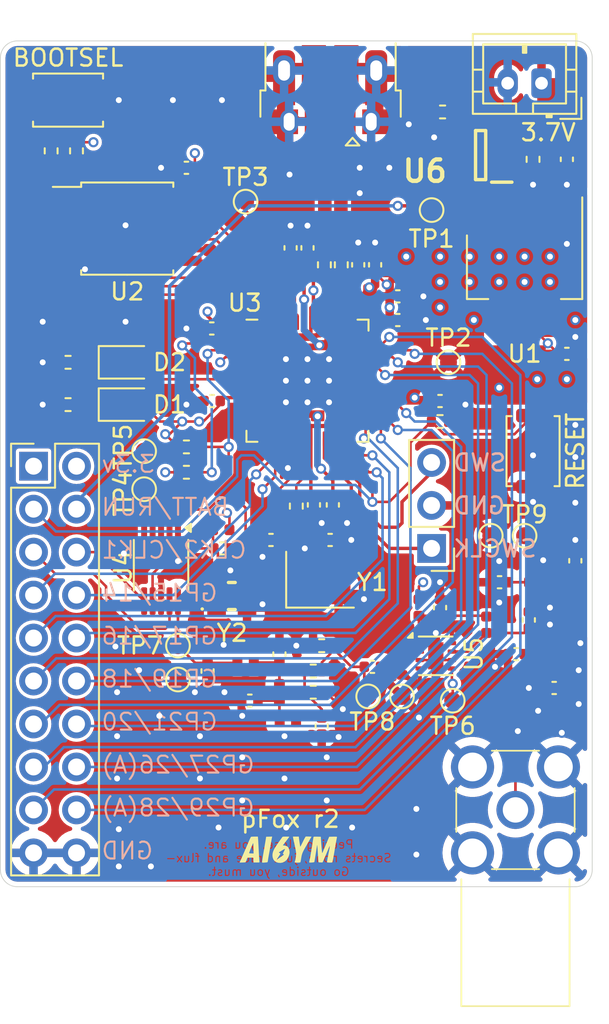
<source format=kicad_pcb>
(kicad_pcb (version 20240108) (generator "pcbnew") (generator_version "8.0")
  (title_block (title "RP2040 Minimal Design Example") (date "2024-01-16") (rev "REV2") (company "Raspberry Pi Ltd"))
  (layers (0 "F.Cu" mixed) (1 "In1.Cu" power) (2 "In2.Cu" power) (31 "B.Cu" mixed) (34 "B.Paste" user) (35 "F.Paste" user) (36 "B.SilkS" user "B.Silkscreen") (37 "F.SilkS" user "F.Silkscreen") (38 "B.Mask" user) (39 "F.Mask" user) (44 "Edge.Cuts" user))
  (net 0 "")
  (net 1 "GND")
  (net 2 "+3V3")
  (net 3 "+1V1")
  (net 5 "/~{USB_BOOT}")
  (net 6 "/GPIO15")
  (net 7 "/GPIO14")
  (net 8 "Net-(C3-Pad1)")
  (net 9 "Net-(D1-K)")
  (net 10 "Net-(D2-A)")
  (net 11 "Net-(D2-K)")
  (net 12 "/CLK1")
  (net 13 "/XOUT")
  (net 19 "/PreS1-TLINE")
  (net 20 "/GPIO29_ADC3")
  (net 21 "/GPIO28_ADC2")
  (net 22 "/GPIO27_ADC1")
  (net 23 "/GPIO26_ADC0")
  (net 28 "/GPIO21")
  (net 29 "/GPIO20")
  (net 30 "/GPIO19")
  (net 31 "/GPIO18")
  (net 32 "/GPIO17")
  (net 33 "/GPIO16")
  (net 34 "/PreS2-TLINE")
  (net 35 "/SWD")
  (net 36 "/SWCLK")
  (net 37 "/QSPI_SS")
  (net 38 "Net-(U3-USB_DP)")
  (net 39 "Net-(U3-USB_DM)")
  (net 40 "/QSPI_SD3")
  (net 41 "/QSPI_SCLK")
  (net 42 "/QSPI_SD0")
  (net 43 "/QSPI_SD2")
  (net 44 "/QSPI_SD1")
  (net 45 "/USB_D+")
  (net 46 "/USB_D-")
  (net 47 "/ToAmp-TLINE")
  (net 48 "Net-(U5-VCC)")
  (net 49 "/ToPost-TLINE")
  (net 50 "/PostS1-TLINE")
  (net 51 "/PostS2-TLINE")
  (net 52 "/ToAnt-TLINE")
  (net 53 "/I2C0 SCL")
  (net 54 "/AMP_EN")
  (net 55 "/I2C0 SDA")
  (net 58 "/RUN")
  (net 59 "+BATT")
  (net 60 "/AMP-TLINE")
  (net 61 "/AMPIN-TLINE")
  (net 62 "/SIGGEN-TLINE")
  (net 63 "Net-(U4-VDD)")
  (net 64 "Net-(U4-XA)")
  (net 65 "Net-(J1-VBUS)")
  (net 66 "Net-(U6-TS)")
  (net 67 "Net-(U6-ISET)")
  (net 70 "/CLK2")
  (net 71 "/XIN")
  (net 76 "Net-(C22-Pad1)")
  (footprint "TestPoint:TestPoint_Pad_D1.0mm" (layer "F.Cu") (at 203.25 110.5)
    (property "Reference" "TP6")
    (property "Value" "TestPoint")
  )
  (footprint "Connector_PinHeader_2.54mm:PinHeader_2x10_P2.54mm_Vertical" (layer "F.Cu") (at 178.46 96.64)
    (property "Reference" "J3" (hide yes))
    (property "Value" "Conn_02x10_Counter_Clockwise" (hide yes))
  )
  (footprint "Package_TO_SOT_SMD:SOT-223-3_TabPin2" (layer "F.Cu") (at 207.5 84.85 -90)
    (property "Reference" "U1")
    (property "Value" "NCP1117-3.3_SOT223")
  )
  (footprint "AI6YM:ai6ym_6mm" (layer "F.Cu") (at 193.55 119.3)
    (property "Reference" "G***" (hide yes))
    (property "Value" "LOGO" (hide yes))
  )
  (footprint "LED_SMD:LED_0805_2012Metric" (layer "F.Cu") (at 184 93)
    (property "Reference" "D1")
    (property "Value" "LED")
  )
  (footprint "Button_Switch_SMD:SW_Push_SPST_NO_Alps_SKRK" (layer "F.Cu") (at 208 95.75 90)
    (property "Reference" "SW1" (hide yes))
    (property "Value" "RESET")
  )
  (footprint "TestPoint:TestPoint_Pad_D1.0mm" (layer "F.Cu") (at 187 109.25)
    (property "Reference" "TP12" (hide yes))
    (property "Value" "TestPoint")
  )
  (footprint "Resistor_SMD:R_0402_1005Metric" (layer "F.Cu") (at 195 108.75)
    (property "Reference" "R15" (hide yes))
    (property "Value" "150")
  )
  (footprint "Capacitor_SMD:C_0402_1005Metric" (layer "F.Cu") (at 194.66 83.735 90)
    (property "Reference" "C9" (hide yes))
    (property "Value" "100n")
  )
  (footprint "Button_Switch_SMD:SW_Push_SPST_NO_Alps_SKRK" (layer "F.Cu") (at 180.5 75 180)
    (property "Reference" "SW2" (hide yes))
    (property "Value" "BOOTSEL")
  )
  (footprint "Capacitor_SMD:C_0402_1005Metric" (layer "F.Cu") (at 206.02 103.5 180)
    (property "Reference" "C25" (hide yes))
    (property "Value" "24p")
  )
  (footprint "Capacitor_SMD:C_0402_1005Metric" (layer "F.Cu") (at 200 86.6)
    (property "Reference" "C16" (hide yes))
    (property "Value" "100n")
  )
  (footprint "Resistor_SMD:R_0402_1005Metric" (layer "F.Cu") (at 187.5 95.5 180)
    (property "Reference" "R10" (hide yes))
    (property "Value" "2.2k")
  )
  (footprint "Capacitor_SMD:C_0402_1005Metric" (layer "F.Cu") (at 195.041 98.928016 -90)
    (property "Reference" "C14" (hide yes))
    (property "Value" "100n")
  )
  (footprint "Capacitor_SMD:C_0402_1005Metric" (layer "F.Cu") (at 192.5 101 180)
    (property "Reference" "C2" (hide yes))
    (property "Value" "15p")
  )
  (footprint "Capacitor_SMD:C_0402_1005Metric" (layer "F.Cu") (at 202.5 105 -90)
    (property "Reference" "C23" (hide yes))
    (property "Value" "10u")
  )
  (footprint "Capacitor_SMD:C_0402_1005Metric" (layer "F.Cu") (at 189 88.5 180)
    (property "Reference" "C11" (hide yes))
    (property "Value" "100n")
  )
  (footprint "Resistor_SMD:R_0402_1005Metric" (layer "F.Cu") (at 202.65 75.7 180)
    (property "Reference" "R7" (hide yes))
    (property "Value" "1k")
  )
  (footprint "Resistor_SMD:R_0402_1005Metric" (layer "F.Cu") (at 195.66 84.735 -90)
    (property "Reference" "R3" (hide yes))
    (property "Value" "27")
  )
  (footprint "Resistor_SMD:R_0402_1005Metric" (layer "F.Cu") (at 208 78.5 -90)
    (property "Reference" "R6" (hide yes))
    (property "Value" "10k")
  )
  (footprint "Capacitor_SMD:C_0402_1005Metric" (layer "F.Cu") (at 200 88)
    (property "Reference" "C15" (hide yes))
    (property "Value" "100n")
  )
  (footprint "Resistor_SMD:R_0402_1005Metric" (layer "F.Cu") (at 194 99 -90)
    (property "Reference" "R5" (hide yes))
    (property "Value" "1k")
  )
  (footprint "RP2040_minimal:USB_Micro-B_Amphenol_10103594-0001LF_Horizontal_modified" (layer "F.Cu") (at 196 73.25 180)
    (property "Reference" "J1" (hide yes))
    (property "Value" "USB_B_Micro")
  )
  (footprint "LED_SMD:LED_0805_2012Metric" (layer "F.Cu") (at 184 90.5)
    (property "Reference" "D2")
    (property "Value" "LED")
  )
  (footprint "TestPoint:TestPoint_Pad_D1.0mm" (layer "F.Cu") (at 207.5 100.75)
    (property "Reference" "TP9")
    (property "Value" "TestPoint")
  )
  (footprint "Inductor_SMD:L_0402_1005Metric" (layer "F.Cu") (at 201.25 105 -90)
    (property "Reference" "FB2" (hide yes))
    (property "Value" "600")
  )
  (footprint "Capacitor_SMD:C_0402_1005Metric" (layer "F.Cu") (at 195.5 112 -90)
    (property "Reference" "C21" (hide yes))
    (property "Value" "24p")
  )
  (footprint "Capacitor_SMD:C_0402_1005Metric" (layer "F.Cu") (at 198.5 108.5)
    (property "Reference" "C22" (hide yes))
    (property "Value" "1n")
  )
  (footprint "RP2040_minimal:RP2040-QFN-56" (layer "F.Cu") (at 194.66 91.5875)
    (property "Reference" "U3")
    (property "Value" "RP2040")
  )
  (footprint "Resistor_SMD:R_0402_1005Metric" (layer "F.Cu") (at 202.5 94)
    (property "Reference" "R8" (hide yes))
    (property "Value" "10k")
  )
  (footprint "Inductor_SMD:L_0402_1005Metric" (layer "F.Cu") (at 205.25 106.015 90)
    (property "Reference" "FB3" (hide yes))
    (property "Value" "600")
  )
  (footprint "Inductor_SMD:L_0402_1005Metric" (layer "F.Cu") (at 208.25 103.5)
    (property "Reference" "L4" (hide yes))
    (property "Value" "68n")
  )
  (footprint "AI6YM:pFox_logo" (layer "F.Cu") (at 187.148109 117.161828)
    (property "Reference" "G***" (hide yes))
    (property "Value" "LOGO" (hide yes))
  )
  (footprint "AI6YM:TG2016SMN250000MMCGNNM0" (layer "F.Cu") (at 190.185 104.315)
    (property "Reference" "Y2")
    (property "Value" "TG2016SMN_25.0000M-MCGNNM0" (hide yes))
  )
  (footprint "TestPoint:TestPoint_Pad_D1.0mm" (layer "F.Cu") (at 200.25 110.25)
    (property "Reference" "TP13" (hide yes))
    (property "Value" "TestPoint")
  )
  (footprint "Capacitor_SMD:C_0402_1005Metric" (layer "F.Cu") (at 207.75 105.73 90)
    (property "Reference" "C24" (hide yes))
    (property "Value" "1n")
  )
  (footprint "Capacitor_SMD:C_0402_1005Metric" (layer "F.Cu") (at 198.66 84.735 90)
    (property "Reference" "C10" (hide yes))
    (property "Value" "1u")
  )
  (footprint "Resistor_SMD:R_0402_1005Metric" (layer "F.Cu") (at 195 110)
    (property "Reference" "R13" (hide yes))
    (property "Value" "36")
  )
  (footprint "Resistor_SMD:R_0402_1005Metric" (layer "F.Cu") (at 187.5 97 180)
    (property "Reference" "R9" (hide yes))
    (property "Value" "2.2k")
  )
  (footprint "Capacitor_SMD:C_0402_1005Metric" (layer "F.Cu") (at 189.6 101.5 180)
    (property "Reference" "C17" (hide yes))
    (property "Value" "10u")
  )
  (footprint "Package_SO:MSOP-10_3x3mm_P0.5mm" (layer "F.Cu") (at 186 102.5 -90)
    (property "Reference" "U4")
    (property "Value" "Si5351A-B-GT")
  )
  (footprint "Capacitor_SMD:C_0402_1005Metric" (layer "F.Cu") (at 193 107.75 90)
    (property "Reference" "C19" (hide yes))
    (property "Value" "43p")
  )
  (footprint "Package_SO:SOIC-8_5.23x5.23mm_P1.27mm" (layer "F.Cu") (at 184 82.595)
    (property "Reference" "U2")
    (property "Value" "W25Q128JVS")
  )
  (footprint "TestPoint:TestPoint_Pad_D1.0mm" (layer "F.Cu") (at 198.25 110.25 90)
    (property "Reference" "TP8")
    (property "Value" "TestPoint")
  )
  (footprint "TestPoint:TestPoint_Pad_D1.0mm" (layer "F.Cu") (at 202 81.5)
    (property "Reference" "TP1")
    (property "Value" "TestPoint")
  )
  (footprint "AI6YM:SMA_HORIZONTAL" (layer "F.Cu") (at 206.96 116.96 180)
    (property "Reference" "J4" (hide yes))
    (property "Value" "Conn_Coaxial_Small" (hide yes))
  )
  (footprint "TestPoint:TestPoint_Pad_D1.0mm" (layer "F.Cu") (at 185 95.75)
    (property "Reference" "TP5")
    (property "Value" "TestPoint")
  )
  (footprint "Inductor_SMD:L_0402_1005Metric" (layer "F.Cu") (at 210.5 105.485 -90)
    (property "Reference" "L5" (hide yes))
    (property "Value" "75n")
  )
  (footprint "Resistor_SMD:R_0402_1005Metric" (layer "F.Cu") (at 181 78 -90)
    (property "Reference" "R2" (hide yes))
    (property "Value" "DNF")
  )
  (footprint "AI6YM:SOT95P280X145-6N" (layer "F.Cu") (at 204.9 78.25 180)
    (property "Reference" "U6")
    (property "Value" "BQ21040DBVR" (hide yes))
  )
  (footprint "Package_SON:WSON-8-1EP_2x2mm_P0.5mm_EP0.9x1.6mm" (layer "F.Cu") (at 202.25 107.85)
    (property "Reference" "U5")
    (property "Value" "TRF37D73IDSGR")
  )
  (footprint "Capacitor_SMD:C_0402_1005Metric" (layer "F.Cu") (at 207 107.75 180)
    (property "Reference" "C27" (hide yes))
    (property "Value" "43p")
  )
  (footprint "Capacitor_SMD:C_0402_1005Metric" (layer "F.Cu") (at 189.02 92.7875 180)
    (property "Reference" "C13" (hide yes))
    (property "Value" "100n")
  )
  (footprint "Capacitor_SMD:C_0402_1005Metric" (layer "F.Cu") (at 196 101)
    (property "Reference" "C3" (hide yes))
    (property "Value" "15p")
  )
  (footprint "Capacitor_SMD:C_0402_1005Metric" (layer "F.Cu") (at 209.25 109.75 180)
    (property "Reference" "C28" (hide yes))
    (property "Value" "24p")
  )
  (footprint "Capacitor_SMD:C_0402_1005Metric" (layer "F.Cu") (at 191.25 110.5 180)
    (property "Reference" "C20" (hide yes))
    (property "Value" "43p")
  )
  (footprint "Resistor_SMD:R_0402_1005Metric" (layer "F.Cu") (at 196.66 84.735 -90)
    (property "Reference" "R4" (hide yes))
    (property "Value" "27")
  )
  (footprint "Capacitor_SMD:C_0402_1005Metric" (layer "F.Cu") (at 197.66 84.735 90)
    (property "Reference" "C8" (hide yes))
    (property "Value" "1u")
  )
  (footprint "Crystal:Crystal_SMD_3225-4Pin_3.2x2.5mm" (layer "F.Cu") (at 195.4 103.35)
    (property "Reference" "Y1")
    (property "Value" "ABM8-272-T3")
  )
  (footprint "Inductor_SMD:L_0402_1005Metric" (layer "F.Cu") (at 189.56 100.4 180)
    (property "Reference" "FB1" (hide yes))
    (property "Value" "600")
  )
  (footprint "TestPoint:TestPoint_Pad_D1.0mm" (layer "F.Cu") (at 191 81)
    (property "Reference" "TP3")
    (property "Value" "TestPoint")
  )
  (footprint "Inductor_SMD:L_0402_1005Metric" (layer "F.Cu") (at 193 110 -90)
    (property "Reference" "L2" (hide yes))
    (property "Value" "75n")
  )
  (footprint "Capacitor_SMD:C_0402_1005Metric" (layer "F.Cu") (at 210 78.5 -90)
    (property "Reference" "C1" (hide yes))
    (property "Value" "10u")
  )
  (footprint "Resistor_SMD:R_0402_1005Metric" (layer "F.Cu") (at 180.5 90.5 180)
    (property "Reference" "R12" (hide yes))
    (property "Value" "300")
  )
  (footprint "Connector_PinHeader_2.54mm:PinHeader_1x03_P2.54mm_Vertical" (layer "F.Cu") (at 202 101.5 180)
    (property "Reference" "J2" (hide yes))
    (property "Value" "Conn_01x03_Pin" (hide yes))
  )
  (footprint "Resistor_SMD:R_0402_1005Metric" (layer "F.Cu") (at 195.5 107.25 180)
    (property "Reference" "R14" (hide yes))
    (property "Value" "36")
  )
  (footprint "Capacitor_SMD:C_0402_1005Metric" (layer "F.Cu") (at 202.5 92.7875)
    (property "Reference" "C12" (hide yes))
    (property "Value" "100n")
  )
  (footprint "Inductor_SMD:L_0402_1005Metric" (layer "F.Cu") (at 191 108.25)
    (property "Reference" "L1" (hide yes))
    (property "Value" "68n")
  )
  (footprint "TestPoint:TestPoint_Pad_D1.0mm" (layer "F.Cu") (at 187 107.25)
    (property "Reference" "TP7")
    (property "Value" "TestPoint")
  )
  (footprint "TestPoint:TestPoint_Pad_D1.0mm" (layer "F.Cu") (at 205.5 100.75)
    (property "Reference" "TP14" (hide yes))
    (property "Value" "TestPoint")
  )
  (footprint "Capacitor_SMD:C_0402_1005Metric" (layer "F.Cu") (at 188.75 108.75 -90)
    (property "Reference" "C18" (hide yes))
    (property "Value" "24p")
  )
  (footprint "TestPoint:TestPoint_Pad_D1.0mm" (layer "F.Cu") (at 203 90.5)
    (property "Reference" "TP2")
    (property "Value" "TestPoint")
  )
  (footprint "Capacitor_SMD:C_0402_1005Metric" (layer "F.Cu") (at 210 90)
    (property "Reference" "C4" (hide yes))
    (property "Value" "10u")
  )
  (footprint "Connector_JST:JST_PH_B2B-PH-K_1x02_P2.00mm_Vertical" (layer "F.Cu") (at 208.5 74 180)
    (property "Reference" "BT1" (hide yes))
    (property "Value" "3.7V")
  )
  (footprint "Capacitor_SMD:C_0402_1005Metric" (layer "F.Cu") (at 187.5 79 180)
    (property "Reference" "C5" (hide yes))
    (property "Value" "100n")
  )
  (footprint "Capacitor_SMD:C_0402_1005Metric" (layer "F.Cu") (at 210.5 102.23 90)
    (property "Reference" "C26" (hide yes))
    (property "Value" "43p")
  )
  (footprint "Capacitor_SMD:C_0402_1005Metric" (layer "F.Cu") (at 193.66 83.735 90)
    (property "Reference" "C6" (hide yes))
    (property "Value" "100n")
  )
  (footprint "Inductor_SMD:L_0402_1005Metric" (layer "F.Cu") (at 209.25 107.75)
    (property "Reference" "L6" (hide yes))
    (property "Value" "68n")
  )
  (footprint "Inductor_SMD:L_0402_1005Metric" (layer "F.Cu") (at 193.5 111.75)
    (property "Reference" "L3" (hide yes))
    (property "Value" "68n")
  )
  (footprint "TestPoint:TestPoint_Pad_D1.0mm" (layer "F.Cu") (at 185 98)
    (property "Reference" "TP4")
    (property "Value" "TestPoint")
  )
  (footprint "Resistor_SMD:R_0402_1005Metric" (layer "F.Cu") (at 179.5 78 90)
    (property "Reference" "R1" (hide yes))
    (property "Value" "1k")
  )
  (footprint "Capacitor_SMD:C_0402_1005Metric" (layer "F.Cu") (at 196.16 98.928016 -90)
    (property "Reference" "C7" (hide yes))
    (property "Value" "100n")
  )
  (footprint "Resistor_SMD:R_0402_1005Metric" (layer "F.Cu") (at 180.5 93 180)
    (property "Reference" "R11" (hide yes))
    (property "Value" "300")
  )
  (gr_arc (start 176.5 72.5) (mid 176.792893 71.792893) (end 177.5 71.5) (stroke (width 0.05)) (layer "Edge.Cuts"))
  (gr_line (start 177.5 121.5) (end 210.5 121.5) (stroke (width 0.05)) (layer "Edge.Cuts"))
  (gr_arc (start 210.5 71.5) (mid 211.207107 71.792893) (end 211.5 72.5) (stroke (width 0.05)) (layer "Edge.Cuts"))
  (gr_line (start 210.5 71.5) (end 177.5 71.5) (stroke (width 0.05)) (layer "Edge.Cuts"))
  (gr_arc (start 211.5 120.5) (mid 211.207107 121.207107) (end 210.5 121.5) (stroke (width 0.05)) (layer "Edge.Cuts"))
  (gr_arc (start 177.5 121.5) (mid 176.792893 121.207107) (end 176.5 120.5) (stroke (width 0.05)) (layer "Edge.Cuts"))
  (gr_line (start 176.5 72.5) (end 176.5 120.5) (stroke (width 0.05)) (layer "Edge.Cuts"))
  (gr_line (start 211.5 120.5) (end 211.5 72.5) (stroke (width 0.05)) (layer "Edge.Cuts"))
  (gr_text "Peering close, you are.\nSecrets none, just trace and flux-\nGo outside, you must." (at 192.95 120.9 0) (layer "B.Cu" knockout) (effects (font (size 0.5 0.5) (thickness 0.0625)) (justify bottom mirror)))
  (gr_text "GP27/26(A)" (at 182.4 114.88 0) (layer "B.SilkS") (effects (font (size 1 1) (thickness 0.125)) (justify right bottom mirror)))
  (gr_text "BATT/RUN" (at 182.4 99.64 0) (layer "B.SilkS") (effects (font (size 1 1) (thickness 0.125)) (justify right bottom mirror)))
  (gr_text "SWCLK" (at 203.2 102.1 0) (layer "B.SilkS") (effects (font (size 1 1)) (justify right bottom mirror)))
  (gr_text "CLK2/CLK1" (at 182.4 102.18 0) (layer "B.SilkS") (effects (font (size 1 1) (thickness 0.125)) (justify right bottom mirror)))
  (gr_text "GP21/20" (at 182.4 112.34 0) (layer "B.SilkS") (effects (font (size 1 1) (thickness 0.125)) (justify right bottom mirror)))
  (gr_text "GP29/28(A)" (at 182.4 117.42 0) (layer "B.SilkS") (effects (font (size 1 1) (thickness 0.125)) (justify right bottom mirror)))
  (gr_text "SWD" (at 203.2 97.02 0) (layer "B.SilkS") (effects (font (size 1 1)) (justify right bottom mirror)))
  (gr_text "GP17/16" (at 182.4 107.26 0) (layer "B.SilkS") (effects (font (size 1 1) (thickness 0.125)) (justify right bottom mirror)))
  (gr_text "GND" (at 203.2 99.56 0) (layer "B.SilkS") (effects (font (size 1 1)) (justify right bottom mirror)))
  (gr_text "GP15/14" (at 182.4 104.72 0) (layer "B.SilkS") (effects (font (size 1 1) (thickness 0.125)) (justify right bottom mirror)))
  (gr_text "GP19/18" (at 182.4 109.8 0) (layer "B.SilkS") (effects (font (size 1 1) (thickness 0.125)) (justify right bottom mirror)))
  (gr_text "3.3v" (at 182.4 97.1 0) (layer "B.SilkS") (effects (font (size 1 1) (thickness 0.125)) (justify right bottom mirror)))
  (gr_text "GND" (at 182.4 119.96 0) (layer "B.SilkS") (effects (font (size 1 1) (thickness 0.125)) (justify right bottom mirror)))
  (gr_text "pFox r2" (at 193.65 117.5 0) (layer "F.SilkS") (effects (font (size 1 1))))
  (gr_text "3.7V" (at 208.9 77.5 0) (layer "F.SilkS") (effects (font (size 1 1)) (justify bottom)))
  (segment (start 190.08 102.78) (end 190.08 101.5) (width 0.15) (layer "F.Cu") (net 1))
  (segment (start 201.5 108.6) (end 202.25 107.85) (width 0.15) (layer "F.Cu") (net 1))
  (segment (start 193.5 96.75) (end 193.66 96.59) (width 0.15) (layer "F.Cu") (net 1))
  (segment (start 204 93) (end 203.7875 92.7875) (width 0.2) (layer "F.Cu") (net 1))
  (segment (start 192.02 101.98) (end 192 102) (width 0.15) (layer "F.Cu") (net 1))
  (segment (start 205.54 102.71) (end 205.54 103.5) (width 0.15) (layer "F.Cu") (net 1))
  (segment (start 198.9 76.43) (end 200.65 76.43) (width 0.4) (layer "F.Cu") (net 1))
  (segment (start 201.38 76.43) (end 202.15 77.2) (width 0.4) (layer "F.Cu") (net 1))
  (segment (start 190.1 102.8) (end 190.08 102.78) (width 0.15) (layer "F.Cu") (net 1))
  (segment (start 208 98.75) (end 208 97.85) (width 0.15) (layer "F.Cu") (net 1))
  (segment (start 190.77 110.5) (end 190.25 110.5) (width 0.15) (layer "F.Cu") (net 1))
  (segment (start 201.3 108.6) (end 201.5 108.6) (width 0.15) (layer "F.Cu") (net 1))
  (segment (start 202.15 77.2) (end 203.2 78.25) (width 0.4) (layer "F.Cu") (net 1))
  (segment (start 203 107.1) (end 202.25 107.85) (width 0.15) (layer "F.Cu") (net 1))
  (segment (start 210.5 101.75) (end 210.5 101) (width 0.15) (layer "F.Cu") (net 1))
  (segment (start 193 107.27) (end 193.98 107.27) (width 0.15) (layer "F.Cu") (net 1))
  (segment (start 196.5 112.65) (end 196.33 112.48) (width 0.15) (layer "F.Cu") (net 1))
  (segment (start 191.92 104.88) (end 191.01 104.88) (width 0.15) (layer "F.Cu") (net 1))
  (segment (start 210.48 89.02) (end 210.48 90) (width 0.4) (layer "F.Cu") (net 1))
  (segment (start 210 78.98) (end 209.98 79) (width 0.2) (layer "F.Cu") (net 1))
  (segment (start 203.2 107.1) (end 203 107.1) (width 0.15) (layer "F.Cu") (net 1))
  (segment (start 186 79) (end 187.02 79) (width 0.15) (layer "F.Cu") (net 1))
  (segment (start 195.75 110) (end 195.51 110) (width 0.15) (layer "F.Cu") (net 1))
  (segment (start 196.33 112.48) (end 195.5 112.48) (width 0.15) (layer "F.Cu") (net 1))
  (segment (start 197 100) (end 196.751984 100) (width 0.15) (layer "F.Cu") (net 1))
  (segment (start 196.751984 100) (end 196.16 99.408016) (width 0.15) (layer "F.Cu") (net 1))
  (segment (start 209.8 81.7) (end 210 81.5) (width 0.15) (layer "F.Cu") (net 1))
  (segment (start 202.11 75.7) (end 201.38 76.43) (width 0.2) (layer "F.Cu") (net 1))
  (segment (start 197.7 104.2) (end 196.5 104.2) (width 0.15) (layer "F.Cu") (net 1))
  (segment (start 200.25 110.5) (end 200.25 110.25) (width 0.15) (layer "F.Cu") (net 1))
  (segment (start 193.98 107.27) (end 194 107.25) (width 0.15) (layer "F.Cu") (net 1))
  (segment (start 210 81.9) (end 209.8 81.7) (width 0.15) (layer "F.Cu") (net 1))
  (segment (start 202 108.1) (end 202.25 107.85) (width 0.15) (layer "F.Cu") (net 1))
  (segment (start 210.5 101) (end 210.5 100.75) (width 0.15) (layer "F.Cu") (net 1))
  (segment (start 196.16 99.408016) (end 195.041 99.408016) (width 0.15) (layer "F.Cu") (net 1))
  (segment (start 198.66 84.255) (end 198.66 83.42) (width 0.15) (layer "F.Cu") (net 1))
  (segment (start 196.5 112.75) (end 196.5 112.65) (width 0.15) (layer "F.Cu") (net 1))
  (segment (start 201.25 111.5) (end 200.25 110.5) (width 0.15) (layer "F.Cu") (net 1))
  (segment (start 195.5 100) (end 195.5 99.867016) (width 0.15) (layer "F.Cu") (net 1))
  (segment (start 193.66 96.59) (end 193.66 95.025) (width 0.15) (layer "F.Cu") (net 1))
  (segment (start 197 100.48) (end 197 100) (width 0.15) (layer "F.Cu") (net 1))
  (segment (start 200.48 86.6) (end 201.515 86.6) (width 0.2) (layer "F.Cu") (net 1))
  (segment (start 188.3275 93) (end 188.54 92.7875) (width 0.15) (layer "F.Cu") (net 1))
  (segment (start 194.66 83.25) (end 194.66 82.42) (width 0.2) (layer "F.Cu") (net 1))
  (segment (start 193.66 83.255) (end 193.66 82.420008) (width 0.15) (layer "F.Cu") (net 1))
  (segment (start 179 93) (end 179.99 93) (width 0.15) (layer "F.Cu") (net 1))
  (segment (start 210 81.5) (end 210 80) (width 0.4) (layer "F.Cu") (net 1))
  (segment (start 210 78.98) (end 210 80) (width 0.2) (layer "F.Cu") (net 1))
  (segment (start 187.5 88.5) (end 188.52 88.5) (width 0.15) (layer "F.Cu") (net 1))
  (segment (start 206.52 107.75) (end 206.5 107.75) (width 0.15) (layer "F.Cu") (net 1))
  (segment (start 206 102.25) (end 205.54 102.71) (width 0.15) (layer "F.Cu") (net 1))
  (segment (start 200.65 76.43) (end 201.38 76.43) (width 0.4) (layer "F.Cu") (net 1))
  (segment (start 201.3 108.1) (end 202 108.1) (width 0.15) (layer "F.Cu") (net 1))
  (segment (start 203.2 108.1) (end 202.5 108.1) (width 0.15) (layer "F.Cu") (net 1))
  (segment (start 210.5 89) (end 210.48 89.02) (width 0.15) (layer "F.Cu") (net 1))
  (segment (start 197.25 101) (end 196.48 101) (width 0.15) (layer "F.Cu") (net 1))
  (segment (start 196.96 73.15) (end 198.46 73.15) (width 0.2) (layer "F.Cu") (net 1))
  (segment (start 195.04 73.15) (end 193.54 73.15) (width 0.2) (layer "F.Cu") (net 1))
  (segment (start 190.25 110.5) (end 189.75 110) (width 0.15) (layer "F.Cu") (net 1))
  (segment (start 192 104.8) (end 191.92 104.88) (width 0.15) (layer "F.Cu") (net 1))
  (segment (start 194.3 102.5) (end 194.3 101.7) (width 0.15) (layer "F.Cu") (net 1))
  (segment (start 187.5 93) (end 188.3275 93) (width 0.15) (layer "F.Cu") (net 1))
  (segment (start 181.5 85) (end 180.9 85) (width 0.15) (layer "F.Cu") (net 1))
  (segment (start 194.99 107.25) (end 194 107.25) (width 0.15) (layer "F.Cu") (net 1))
  (segment (start 202.5 108.1) (end 202.25 107.85) (width 0.15) (layer "F.Cu") (net 1))
  (segment (start 208 79.01) (end 208 80) (width 0.15) (layer "F.Cu") (net 1))
  (segment (start 210 83.5) (end 210 81.9) (width 0.4) (layer "F.Cu") (net 1))
  (segment (start 197.7 104.2) (end 198 104.5) (width 0.15) (layer "F.Cu") (net 1))
  (segment (start 203.7875 92.7875) (end 202.98 92.7875) (width 0.2) (layer "F.Cu") (net 1))
  (segment (start 201.66 88) (end 200.48 88) (width 0.15) (layer "F.Cu") (net 1))
  (segment (start 208.77 109.75) (end 207.75 109.75) (width 0.15) (layer "F.Cu") (net 1))
  (segment (start 180.9 85) (end 180.4 84.5) (width 0.15) (layer "F.Cu") (net 1))
  (segment (start 194.7 76.075) (end 194.1375 76.075) (width 0.15) (layer "F.Cu") (net 1))
  (segment (start 188.75 109.23) (end 188.75 109.25) (width 0.15) (layer "F.Cu") (net 1))
  (segment (start 202.5 104.52) (end 202.5 103.5) (width 0.15) (layer "F.Cu") (net 1))
  (segment (start 197.66 83.42) (end 197.66 84.255) (width 0.15) (layer "F.Cu") (net 1))
  (segment (start 194.1375 76.075) (end 193.0125 74.95) (width 0.15) (layer "F.Cu") (net 1))
  (segment (start 194.3 101.7) (end 194.5 101.5) (width 0.15) (layer "F.Cu") (net 1))
  (segment (start 192.02 101) (end 192.02 101.98) (width 0.15) (layer "F.Cu") (net 1))
  (segment (start 183.5 75) (end 182.6 75) (width 0.15) (layer "F.Cu") (net 1))
  (segment (start 188.75 109.25) (end 188 110) (width 0.15) (layer "F.Cu") (net 1))
  (segment (start 179 90.5) (end 179.99 90.5) (width 0.15) (layer "F.Cu") (net 1))
  (segment (start 206.5 107.75) (end 205.75 108.5) (width 0.15) (layer "F.Cu") (net 1))
  (segment (start 196.75 111) (end 195.75 110) (width 0.15) (layer "F.Cu") (net 1))
  (segment (start 195.5 99.867016) (end 195.041 99.408016) (width 0.15) (layer "F.Cu") (net 1))
  (segment (start 196.48 101) (end 197 100.48) (width 0.15) (layer "F.Cu") (net 1))
  (via (at 184.7 108.7) (size 0.6) (drill 0.35) (layers "F.Cu" "B.Cu") (net 1))
  (via (at 194.5 101.5) (size 0.6) (drill 0.35) (layers "F.Cu" "B.Cu") (net 1))
  (via (at 210 80) (size 0.6) (drill 0.35) (layers "F.Cu" "B.Cu") (net 1))
  (via (at 201.1 119.6) (size 0.6) (drill 0.35) (layers "F.Cu" "B.Cu") (net 1))
  (via (at 189.75 110) (size 0.6) (drill 0.35) (layers "F.Cu" "B.Cu") (net 1))
  (via (at 197 100) (size 0.6) (drill 0.35) (layers "F.Cu" "B.Cu") (net 1))
  (via (at 209.7 112.4) (size 0.6) (drill 0.35) (layers "F.Cu" "B.Cu") (net 1))
  (via (at 206 102.25) (size 0.6) (drill 0.35) (layers "F.Cu" "B.Cu") (net 1))
  (via (at 208 80) (size 0.6) (drill 0.35) (layers "F.Cu" "B.Cu") (net 1))
  (via (at 185.9 111.4) (size 0.6) (drill 0.35) (layers "F.Cu" "B.Cu") (net 1))
  (via (at 198 104.5) (size 0.6) (drill 0.35) (layers "F.Cu" "B.Cu") (net 1))
  (via (at 197.75 80.5) (size 0.6) (drill 0.35) (layers "F.Cu" "B.Cu") (net 1))
  (via (at 187 102.25) (size 0.6) (drill 0.35) (layers "F.Cu" "B.Cu") (net 1))
  (via (at 210.8 107.1) (size 0.6) (drill 0.35) (layers "F.Cu" "B.Cu") (net 1))
  (via (at 183.4 115.1) (size 0.6) (drill 0.35) (layers "F.Cu" "B.Cu") (net 1))
  (via (at 201.25 111.5) (size 0.6) (drill 0.35) (layers "F.Cu" "B.Cu") (net 1))
  (via (at 188 110) (size 0.6) (drill 0.35) (layers "F.Cu" "B.Cu") (net 1))
  (via (at 183.5 118.1) (size 0.6) (drill 0.35) (layers "F.Cu" "B.Cu") (net 1))
  (via (at 210.5 98.8) (size 0.6) (drill 0.35) (layers "F.Cu" "B.Cu") (net 1))
  (via (at 200.65 76.43) (size 0.6) (drill 0.35) (layers "F.Cu" "B.Cu") (net 1))
  (via (at 208.3 111.1) (size 0.6) (drill 0.35) (layers "F.Cu" "B.Cu") (net 1))
  (via (at 179 93) (size 0.6) (drill 0.35) (layers "F.Cu" "B.Cu") (net 1))
  (via (at 209 105) (size 0.6) (drill 0.35) (layers "F.Cu" "B.Cu") (net 1))
  (via (at 209 106) (size 0.6) (drill 0.35) (layers "F.Cu" "B.Cu") (net 1))
  (via (at 210 83.5) (size 0.6) (drill 0.35) (layers "F.Cu" "B.Cu") (net 1))
  (via (at 210.5 101) (size 0.6) (drill 0.35) (layers "F.Cu" "B.Cu") (net 1))
  (via (at 189.6 75) (size 0.6) (drill 0.35) (layers "F.Cu" "B.Cu") (net 1))
  (via (at 192 104.8) (size 0.6) (drill 0.35) (layers "F.Cu" "B.Cu") (net 1))
  (via (at 187.5 88.5) (size 0.6) (drill 0.35) (layers "F.Cu" "B.Cu") (net 1))
  (via (at 192 102) (size 0.6) (drill 0.35) (layers "F.Cu" "B.Cu") (net 1))
  (via (at 190.1 102.8) (size 0.6) (drill 0.35) (layers "F.Cu" "B.Cu") (net 1))
  (via (at 197.3 118) (size 0.6) (drill 0.35) (layers "F.Cu" "B.Cu") (net 1))
  (via (at 183.5 75) (size 0.6) (drill 0.35) (layers "F.Cu" "B.Cu") (net 1))
  (via (at 181.5 85) (size 0.6) (drill 0.35) (layers "F.Cu" "B.Cu") (net 1))
  (via (at 183.8 101.8) (size 0.6) (drill 0.35) (layers "F.Cu" "B.Cu") (net 1))
  (via (at 188.3 112.6) (size 0.6) (drill 0.35) (layers "F.Cu" "B.Cu") (net 1))
  (via (at 193.6 79.4) (size 0.6) (drill 0.35) (layers "F.Cu" "B.Cu") (net 1))
  (via (at 183.9 82.4) (size 0.6) (drill 0.35) (layers "F.Cu" "B.Cu") (net 1))
  (via (at 193.66 82.420008) (size 0.6) (drill 0.35) (layers "F.Cu" "B.Cu") (net 1))
  (via (at 201.1 116.9) (size 0.6) (drill 0.35) (layers "F.Cu" "B.Cu") (net 1))
  (via (at 189.4 118) (size 0.6) (drill 0.35) (layers "F.Cu" "B.Cu") (net 1))
  (via (at 188.3 115.1) (size 0.6) (drill 0.35) (layers "F.Cu" "B.Cu") (net 1))
  (via (at 194 107.25) (size 0.6) (drill 0.35) (layers "F.Cu" "B.Cu") (net 1))
  (via (at 183.4 112.6) (size 0.6) (drill 0.35) (layers "F.Cu" "B.Cu") (net 1))
  (via (at 183.9 88.1) (size 0.6) (drill 0.35) (layers "F.Cu" "B.Cu") (net 1))
  (via (at 195.8 116.4) (size 0.6) (drill 0.35) (layers "F.Cu" "B.Cu") (net 1))
  (via (at 183.5 120.3) (size 0.6) (drill 0.35) (layers "F.Cu" "B.Cu") (net 1))
  (via (at 202.25 106.5) (size 0.6) (drill 0.35) (layers "F.Cu" "B.Cu") (net 1))
  (via (at 185.4 120.3) (size 0.6) (drill 0.35) (layers "F.Cu" "B.Cu") (net 1))
  (via (at 197.25 101) (size 0.6) (drill 0.35) (layers "F.Cu" "B.Cu") (net 1))
  (via (at 201.66 88) (size 0.6) (drill 0.35) (layers "F.Cu" "B.Cu") (net 1))
  (via (at 198.66 83.42) (size 0.6) (drill 0.35) (layers "F.Cu" "B.Cu") (net 1))
  (via (at 204 93) (size 0.6) (drill 0.35) (layers "F.Cu" "B.Cu") (net 1))
  (via (at 208 96) (size 0.6) (drill 0.35) (layers "F.Cu" "B.Cu") (net 1))
  (via (at 205.75 108.5) (size 0.6) (drill 0.35) (layers "F.Cu" "B.Cu") (net 1))
  (via (at 195.8 113.85) (size 0.6) (drill 0.35) (layers "F.Cu" "B.Cu") (net 1))
  (via (at 202.15 77.2) (size 0.6) (drill 0.35) (layers "F.Cu" "B.Cu") (net 1))
  (via (at 208.6 102.2) (size 0.6) (drill 0.35) (layers "F.Cu" "B.Cu") (net 1))
  (via (at 208 98.75) (size 0.6) (drill 0.35) (layers "F.Cu" "B.Cu") (net 1))
  (via (at 206 104.7) (size 0.6) (drill 0.35) (layers "F.Cu" "B.Cu") (net 1))
  (via (at 189.7 107.2) (size 0.6) (drill 0.35) (layers "F.Cu" "B.Cu") (net 1))
  (via (at 195.5 100) (size 0.6) (drill 0.35) (layers "F.Cu" "B.Cu") (net 1))
  (via (at 197.66 83.42) (size 0.6) (drill 0.35) (layers "F.Cu" "B.Cu") (net 1))
  (via (at 190.8 111.4) (size 0.6) (drill 0.35) (layers "F.Cu" "B.Cu") (net 1))
  (via (at 194.66 82.42) (size 0.6) (drill 0.35) (layers "F.Cu" "B.Cu") (net 1))
  (via (at 202.5 103.5) (size 0.6) (drill 0.35) (layers "F.Cu" "B.Cu") (net 1))
  (via (at 199.5 79) (size 0.6) (drill 0.35) (layers "F.Cu" "B.Cu") (net 1))
  (via (at 186 79) (size 0.6) (drill 0.35) (layers "F.Cu" "B.Cu") (net 1))
  (via (at 210.5 94.2) (size 0.6) (drill 0.35) (layers "F.Cu" "B.Cu") (net 1))
  (via (at 183.3 107.3) (size 0.6) (drill 0.35) (layers "F.Cu" "B.Cu") (net 1))
  (via (at 187.5 93) (size 0.6) (drill 0.35) (layers "F.Cu" "B.Cu") (net 1))
  (via (at 190.8 116.4) (size 0.6) (drill 0.35) (layers "F.Cu" "B.Cu") (net 1))
  (via (at 193.3 112.6) (size 0.6) (drill 0.35) (layers "F.Cu" "B.Cu") (net 1))
  (via (at 201.515 86.6) (size 0.6) (drill 0.35) (layers "F.Cu" "B.Cu") (net 1))
  (via (at 210.5 96.1) (size 0.6) (drill 0.35) (layers "F.Cu" "B.Cu") (net 1))
  (via (at 210.7 108.7) (size 0.6) (drill 0.35) (layers "F.Cu" "B.Cu") (net 1))
  (via (at 210.7 110.7) (size 0.6) (drill 0.35) (layers "F.Cu" "B.Cu") (net 1))
  (via (at 179 88.1) (size 0.6) (drill 0.35) (layers "F.Cu" "B.Cu") (net 1))
  (via (at 196.75 111) (size 0.6) (drill 0.35) (layers "F.Cu" "B.Cu") (net 1))
  (via (at 193.5 96.75) (size 0.6) (drill 0.35) (layers "F.Cu" "B.Cu") (net 1))
  (via (at 186.7 75) (size 0.6) (drill 0.35) (layers "F.Cu" "B.Cu") (net 1))
  (via (at 193.4 118) (size 0.6) (drill 0.35) (layers "F.Cu" "B.Cu") (net 1))
  (via (at 183.4 110) (size 0.6) (drill 0.35) (layers "F.Cu" "B.Cu") (net 1))
  (via (at 190.8 113.85) (size 0.6) (drill 0.35) (layers "F.Cu" "B.Cu") (net 1))
  (via (at 193.3 115.1) (size 0.6) (drill 0.35) (layers "F.Cu" "B.Cu") (net 1))
  (via (at 196.5 112.65) (size 0.6) (drill 0.35) (layers "F.Cu" "B.Cu") (net 1))
  (via (at 207.75 109.75) (size 0.6) (drill 0.35) (layers "F.Cu" "B.Cu") (net 1))
  (via (at 207.1 112.3) (size 0.6) (drill 0.35) (layers "F.Cu" "B.Cu") (net 1))
  (via (at 197.75 79) (size 0.6) (drill 0.35) (layers "F.Cu" "B.Cu") (net 1))
  (via (at 179 90.5) (size 0.6) (drill 0.35) (layers "F.Cu" "B.Cu") (net 1))
  (via (at 210.5 89) (size 0.6) (drill 0.35) (layers "F.Cu" "B.Cu") (net 1))
  (segment (start 189.9675 88.9875) (end 189.48 88.5) (width 0.2) (layer "F.Cu") (net 2))
  (segment (start 186.99 95.49) (end 186.25 94.75) (width 0.15) (layer "F.Cu") (net 2))
  (segment (start 196.86 87.525) (end 198.16 86.225) (width 0.2) (layer "F.Cu") (net 2))
  (segment (start 198.0975 92.5875) (end 197.26 92.5875) (width 0.2) (layer "F.Cu") (net 2))
  (segment (start 195.26 88.15) (end 195.26 88.7875) (width 0.2) (layer "F.Cu") (net 2))
  (segment (start 199.3475 85.9025) (end 198.66 85.215) (width 0.15) (layer "F.Cu") (net 2))
  (segment (start 189.705 92.5875) (end 189.505 92.7875) (width 0.2) (layer "F.Cu") (net 2))
  (segment (start 207.5 85) (end 207.5 84.25) (width 0.15) (layer "F.Cu") (net 2))
  (segment (start 195.26 87.387498) (end 195.010001 87.137499) (width 0.2) (layer "F.Cu") (net 2))
  (segment (start 188 78.98) (end 187.98 79) (width 0.15) (layer "F.Cu") (net 2))
  (segment (start 188 78.135) (end 188 78.98) (width 0.15) (layer "F.Cu") (net 2))
  (segment (start 202.02 91.2875) (end 202.8075 90.5) (width 0.15) (layer "F.Cu") (net 2))
  (segment (start 197.26 88.15) (end 197.26 88.04) (width 0.15) (layer "F.Cu") (net 2))
  (segment (start 205.25 88.25) (end 205.5 88) (width 0.15) (layer "F.Cu") (net 2))
  (segment (start 191.2225 92.5875) (end 189.7 92.5875) (width 0.2) (layer "F.Cu") (net 2))
  (segment (start 186.25 94.75) (end 186.5 94.75) (width 0.15) (layer "F.Cu") (net 2))
  (segment (start 194.86 95.025) (end 194.86 98.267016) (width 0.2) (layer "F.Cu") (net 2))
  (segment (start 191.2225 88.9875) (end 192.06 88.9875) (width 0.2) (layer "F.Cu") (net 2))
  (segment (start 199.52 86.075) (end 199.3475 85.9025) (width 0.15) (layer "F.Cu") (net 2))
  (segment (start 187.54 80.75) (end 187.6 80.69) (width 0.4) (layer "F.Cu") (net 2))
  (segment (start 196.86 88.15) (end 196.86 87.64) (width 0.2) (layer "F.Cu") (net 2))
  (segment (start 202.8075 90.5) (end 203 90.5) (width 0.15) (layer "F.Cu") (net 2))
  (segment (start 199.52 87.25) (end 199.52 86.6) (width 0.15) (layer "F.Cu") (net 2))
  (segment (start 207.5 85.75) (end 207.5 85) (width 0.15) (layer "F.Cu") (net 2))
  (segment (start 202.02 92.7875) (end 202 92.8075) (width 0.15) (layer "F.Cu") (net 2))
  (segment (start 194.86 98.267016) (end 195.041 98.448016) (width 0.2) (layer "F.Cu") (net 2))
  (segment (start 181 77.49) (end 182 77.49) (width 0.15) (layer "F.Cu") (net 2))
  (segment (start 198.16 86.225) (end 198.3175 86.0675) (width 0.2) (layer "F.Cu") (net 2))
  (segment (start 199.52 88) (end 199.52 87.25) (width 0.15) (layer "F.Cu") (net 2))
  (segment (start 187.25 94) (end 188.25 94) (width 0.15) (layer "F.Cu") (net 2))
  (segment (start 202.02 92.7875) (end 203.01 93.7775) (width 0.15) (layer "F.Cu") (net 2))
  (segment (start 190.045 100.4) (end 190.045 99.545) (width 0.15) (layer "F.Cu") (net 2))
  (segment (start 186.99 95.5) (end 186.99 95.49) (width 0.15) (layer "F.Cu") (net 2))
  (segment (start 202.02 91.75) (end 202.02 91.2875) (width 0.15) (layer "F.Cu") (net 2))
  (segment (start 194.86 87.2875) (end 194.86 88.15) (width 0.2) (layer "F.Cu") (net 2))
  (segment (start 207.5 84.25) (end 207.5 83.5) (width 0.15) (layer "F.Cu") (net 2))
  (segment (start 187.6 80.69) (end 187.6 79.38) (width 0.15) (layer "F.Cu") (net 2))
  (segment (start 188.75 87.5) (end 188.75 87.77) (width 0.2) (layer "F.Cu") (net 2))
  (segment (start 191.2225 88.9875) (end 189.9675 88.9875) (width 0.2) (layer "F.Cu") (net 2))
  (segment (start 194.86 88.9875) (end 194.86 88.5875) (width 0.2) (layer "F.Cu") (net 2))
  (segment (start 195.26 88.15) (end 195.26 87.387498) (width 0.2) (layer "F.Cu") (net 2))
  (segment (start 188.75 87.77) (end 189.48 88.5) (width 0.2) (layer "F.Cu") (net 2))
  (segment (start 186.5 94.75) (end 187.25 94) (width 0.15) (layer "F.Cu") (net 2))
  (segment (start 189.5 93) (end 189.5 92.7875) (width 0.15) (layer "F.Cu") (net 2))
  (segment (start 201 92.5875) (end 197.2425 92.5875) (width 0.2) (layer "F.Cu") (net 2))
  (segment (start 201.25 103.75) (end 201.5 103.5) (width 0.15) (layer "F.Cu") (net 2))
  (segment (start 205.5 88) (end 207.5 88) (width 0.15) (layer "F.Cu") (net 2))
  (segment (start 191.2225 92.5875) (end 192.06 92.5875) (width 0.2) (layer "F.Cu") (net 2))
  (segment (start 195.010001 84.565001) (end 195.010001 86.25) (width 0.2) (layer "F.Cu") (net 2))
  (segment (start 194.86 94.3875) (end 194.66 94.1875) (width 0.2) (layer "F.Cu") (net 2))
  (segment (start 201.82 92.5875) (end 201 92.5875) (width 0.2) (layer "F.Cu") (net 2))
  (segment (start 207.5 86.5) (end 207.5 85.75) (width 0.15) (layer "F.Cu") (net 2))
  (segment (start 194.86 88.15) (end 194.86 88.9875) (width 0.2) (layer "F.Cu") (net 2))
  (segment (start 203 90.5) (end 204.75 88.75) (width 0.15) (layer "F.Cu") (net 2))
  (segment (start 209.52 90) (end 209.5 90) (width 0.15) (layer "F.Cu") (net 2))
  (segment (start 188.5 94) (end 189.5 93) (width 0.15) (layer "F.Cu") (net 2))
  (segment (start 197.26 88.04) (end 196.86 87.64) (width 0.15) (layer "F.Cu") (net 2))
  (segment (start 202.02 92.7875) (end 201.82 92.5875) (width 0.2) (layer "F.Cu") (net 2))
  (segment (start 204.75 88.75) (end 205.25 88.25) (width 0.15) (layer "F.Cu") (net 2))
  (segment (start 186.99 97) (end 186.25 97) (width 0.15) (layer "F.Cu") (net 2))
  (segment (start 189.7 92.5875) (end 189.5 92.7875) (width 0.2) (layer "F.Cu") (net 2))
  (segment (start 207.5 88) (end 207.5 86.5) (width 0.15) (layer "F.Cu") (net 2))
  (segment (start 207.5 83.5) (end 207.5 81.7) (width 0.15) (layer "F.Cu") (net 2))
  (segment (start 198.66 85.725) (end 198.66 85.425) (width 0.2) (layer "F.Cu") (net 2))
  (segment (start 188.25 94) (end 188.5 94) (width 0.15) (layer "F.Cu") (net 2))
  (segment (start 201.25 104.515) (end 201.25 103.75) (width 0.15) (layer "F.Cu") (net 2))
  (segment (start 209.5 90) (end 208.875 89.375) (width 0.15) (layer "F.Cu") (net 2))
  (segment (start 194.86 95.025) (end 194.86 94.3875) (width 0.2) (layer "F.Cu") (net 2))
  (segment (start 208.875 89.375) (end 207.5 88) (width 0.15) (layer "F.Cu") (net 2))
  (segment (start 198.3175 86.0675) (end 198.66 85.725) (width 0.2) (layer "F.Cu") (net 2))
  (segment (start 196.86 87.64) (end 196.86 87.525) (width 0.2) (layer "F.Cu") (net 2))
  (segment (start 187.6 79.38) (end 187.98 79) (width 0.15) (layer "F.Cu") (net 2))
  (segment (start 195.26 88.7875) (end 195.06 88.9875) (width 0.2) (layer "F.Cu") (net 2))
  (segment (start 195.010001 87.137499) (end 194.86 87.2875) (width 0.2) (layer "F.Cu") (net 2))
  (segment (start 202.02 92.7875) (end 202.02 91.75) (width 0.15) (layer "F.Cu") (net 2))
  (segment (start 203.01 93.7775) (end 203.01 94) (width 0.15) (layer "F.Cu") (net 2))
  (segment (start 194.66 84.215) (end 195.010001 84.565001) (width 0.2) (layer "F.Cu") (net 2))
  (segment (start 199.52 86.6) (end 199.52 86.075) (width 0.15) (layer "F.Cu") (net 2))
  (segment (start 190.045 99.545) (end 189.9 99.4) (width 0.15) (layer "F.Cu") (net 2))
  (segment (start 185.9375 94) (end 187.25 94) (width 0.15) (layer "F.Cu") (net 2))
  (segment (start 195.010001 86.25) (end 195.010001 87.137499) (width 0.2) (layer "F.Cu") (net 2))
  (segment (start 184.9375 93) (end 185.9375 94) (width 0.15) (layer "F.Cu") (net 2))
  (via (at 188.25 94) (size 0.6) (drill 0.35) (layers "F.Cu" "B.Cu") (net 2))
  (via (at 210.5 88) (size 0.6) (drill 0.35) (layers "F.Cu" "B.Cu") (net 2))
  (via (at 206 85.75) (size 0.6) (drill 0.35) (layers "F.Cu" "B.Cu") (net 2))
  (via (at 189.9 99.4) (size 0.6) (drill 0.35) (layers "F.Cu" "B.Cu") (net 2))
  (via (at 207.5 85.75) (size 0.6) (drill 0.35) (layers "F.Cu" "B.Cu") (net 2))
  (via (at 198.3175 86.0675) (size 0.6) (drill 0.35) (layers "F.Cu" "B.Cu") (net 2))
  (via (at 199.52 87.25) (size 0.6) (drill 0.35) (layers "F.Cu" "B.Cu") (net 2))
  (via (at 204.25 85.75) (size 0.6) (drill 0.35) (layers "F.Cu" "B.Cu") (net 2))
  (via (at 201 92.5875) (size 0.6) (drill 0.35) (layers "F.Cu" "B.Cu") (net 2))
  (via (at 209 85.75) (size 0.6) (drill 0.35) (layers "F.Cu" "B.Cu") (net 2))
  (via (at 188 78.135) (size 0.6) (drill 0.35) (layers "F.Cu" "B.Cu") (net 2))
  (via (at 195.010001 86.25) (size 0.6) (drill 0.35) (layers "F.Cu" "B.Cu") (net 2))
  (via (at 204.25 84.25) (size 0.6) (drill 0.35) (layers "F.Cu" "B.Cu") (net 2))
  (via (at 209 84.25) (size 0.6) (drill 0.35) (layers "F.Cu" "B.Cu") (net 2))
  (via (at 186.25 97) (size 0.6) (drill 0.35) (layers "F.Cu" "B.Cu") (net 2))
  (via (at 207.5 84.25) (size 0.6) (drill 0.35) (layers "F.Cu" "B.Cu") (net 2))
  (via (at 201.5 103.5) (size 0.6) (drill 0.35) (layers "F.Cu" "B.Cu") (net 2))
  (via (at 206 84.25) (size 0.6) (drill 0.35) (layers "F.Cu" "B.Cu") (net 2))
  (via (at 206 92) (size 0.6) (drill 0.35) (layers "F.Cu" "B.Cu") (net 2))
  (via (at 188.75 87.5) (size 0.6) (drill 0.35) (layers "F.Cu" "B.Cu") (net 2))
  (via (at 202.5 85.75) (size 0.6) (drill 0.35) (layers "F.Cu" "B.Cu") (net 2))
  (via (at 208.25 91.5) (size 0.6) (drill 0.35) (layers "F.Cu" "B.Cu") (net 2))
  (via (at 202.5 87.25) (size 0.6) (drill 0.35) (layers "F.Cu" "B.Cu") (net 2))
  (via (at 208.875 89.375) (size 0.6) (drill 0.35) (layers "F.Cu" "B.Cu") (net 2))
  (via (at 204.5 88) (size 0.6) (drill 0.35) (layers "F.Cu" "B.Cu") (net 2))
  (via (at 199.3475 85.9025) (size 0.6) (drill 0.35) (layers "F.Cu" "B.Cu") (net 2))
  (via (at 182 77.49) (size 0.6) (drill 0.35) (layers "F.Cu" "B.Cu") (net 2))
  (via (at 187.25 94) (size 0.6) (drill 0.35) (layers "F.Cu" "B.Cu") (net 2))
  (via (at 210 91.5) (size 0.6) (drill 0.35) (layers "F.Cu" "B.Cu") (net 2))
  (via (at 200.5 84.25) (size 0.6) (drill 0.35) (layers "F.Cu" "B.Cu") (net 2))
  (via (at 186.25 94.75) (size 0.6) (drill 0.35) (layers "F.Cu" "B.Cu") (net 2))
  (via (at 202.5 84.25) (size 0.6) (drill 0.35) (layers "F.Cu" "B.Cu") (net 2))
  (segment (start 196.46 88.15) (end 196.46 88.9875) (width 0.2) (layer "F.Cu") (net 3))
  (segment (start 191 81.555) (end 191 81) (width 0.2) (layer "F.Cu") (net 3))
  (segment (start 196.16 97.4875) (end 195.46 96.7875) (width 0.2) (layer "F.Cu") (net 3))
  (segment (start 194.46 85.015) (end 194.46 86.787494) (width 0.2) (layer "F.Cu") (net 3))
  (segment (start 195.26 96.5875) (end 195.46 96.7875) (width 0.2) (layer "F.Cu") (net 3))
  (segment (start 197.66 86.1875) (end 197.66 85.425) (width 0.2) (layer "F.Cu") (net 3))
  (segment (start 196.46 88.15) (end 196.46 87.3875) (width 0.2) (layer "F.Cu") (net 3))
  (segment (start 196.16 98.448016) (end 196.16 97.4875) (width 0.2) (layer "F.Cu") (net 3))
  (segment (start 193.66 84.215) (end 191 81.555) (width 0.2) (layer "F.Cu") (net 3))
  (segment (start 194.46 88.15) (end 194.46 86.787494) (width 0.2) (layer "F.Cu") (net 3))
  (segment (start 196.46 87.3875) (end 197.66 86.1875) (width 0.2) (layer "F.Cu") (net 3))
  (segment (start 193.66 84.215) (end 194.46 85.015) (width 0.2) (layer "F.Cu") (net 3))
  (segment (start 195.26 95.025) (end 195.26 96.5875) (width 0.2) (layer "F.Cu") (net 3))
  (via (at 195.36 89.4875) (size 0.6) (drill 0.35) (layers "F.Cu" "B.Cu") (net 3))
  (via (at 194.46 86.787494) (size 0.6) (drill 0.35) (layers "F.Cu" "B.Cu") (net 3))
  (via (at 195.46 96.7875) (size 0.6) (drill 0.35) (layers "F.Cu" "B.Cu") (net 3))
  (via (at 195.25997 93.6875) (size 0.6) (drill 0.35) (layers "F.Cu" "B.Cu") (net 3))
  (segment (start 195.25 96.5775) (end 195.25 93.69747) (width 0.4) (layer "B.Cu") (net 3))
  (segment (start 195.25 93.69747) (end 195.25997 93.6875) (width 0.4) (layer "B.Cu") (net 3))
  (segment (start 195.46 96.7875) (end 195.25 96.5775) (width 0.4) (layer "B.Cu") (net 3))
  (segment (start 195.35 89.4875) (end 195.36 89.4875) (width 0.4) (layer "B.Cu") (net 3))
  (segment (start 194.46 88.5975) (end 195.35 89.4875) (width 0.4) (layer "B.Cu") (net 3))
  (segment (start 194.46 86.787494) (end 194.46 88.5975) (width 0.4) (layer "B.Cu") (net 3))
  (segment (start 178.51 75) (end 178.4 75) (width 0.15) (layer "F.Cu") (net 5))
  (segment (start 179.5 77.49) (end 179.5 75.99) (width 0.15) (layer "F.Cu") (net 5))
  (segment (start 179.5 75.99) (end 178.51 75) (width 0.15) (layer "F.Cu") (net 5))
  (segment (start 193.26 95.99) (end 193.26 95.025) (width 0.15) (layer "F.Cu") (net 6))
  (segment (start 192 98) (end 192.75 97.25) (width 0.15) (layer "F.Cu") (net 6))
  (segment (start 192.75 96.5) (end 193.26 95.99) (width 0.15) (layer "F.Cu") (net 6))
  (segment (start 192.75 97.25) (end 192.75 96.5) (width 0.15) (layer "F.Cu") (net 6))
  (via (at 192 98) (size 0.6) (drill 0.35) (layers "F.Cu" "B.Cu") (net 6))
  (segment (start 186.74 104.26) (end 181 104.26) (width 0.15) (layer "B.Cu") (net 6))
  (segment (start 192 99) (end 186.74 104.26) (width 0.15) (layer "B.Cu") (net 6))
  (segment (start 192 98) (end 192 99) (width 0.15) (layer "B.Cu") (net 6))
  (segment (start 191.625 97.125) (end 192.86 95.89) (width 0.15) (layer "F.Cu") (net 7))
  (segment (start 192.86 95.89) (end 192.86 95.025) (width 0.15) (layer "F.Cu") (net 7))
  (via (at 191.625 97.125) (size 0.6) (drill 0.35) (layers "F.Cu" "B.Cu") (net 7))
  (segment (start 191.625 97.125) (end 191.25 97.5) (width 0.15) (layer "B.Cu") (net 7))
  (segment (start 179.72 103) (end 178.46 104.26) (width 0.15) (layer "B.Cu") (net 7))
  (segment (start 191.25 99) (end 187.25 103) (width 0.15) (layer "B.Cu") (net 7))
  (segment (start 191.25 97.5) (end 191.25 99) (width 0.15) (layer "B.Cu") (net 7))
  (segment (start 187.25 103) (end 179.72 103) (width 0.15) (layer "B.Cu") (net 7))
  (segment (start 194.01 99.51) (end 194 99.51) (width 0.15) (layer "F.Cu") (net 8))
  (segment (start 195.52 101.52) (end 195.52 101) (width 0.15) (layer "F.Cu") (net 8))
  (segment (start 195.5 101) (end 194.01 99.51) (width 0.15) (layer "F.Cu") (net 8))
  (segment (start 196.5 102.5) (end 195.52 101.52) (width 0.15) (layer "F.Cu") (net 8))
  (segment (start 195.52 101) (end 195.5 101) (width 0.15) (layer "F.Cu") (net 8))
  (segment (start 183.0625 93) (end 181.01 93) (width 0.15) (layer "F.Cu") (net 9))
  (segment (start 190.6625 90.5875) (end 189.75 91.5) (width 0.15) (layer "F.Cu") (net 10))
  (segment (start 189.75 91.5) (end 185.9375 91.5) (width 0.15) (layer "F.Cu") (net 10))
  (segment (start 191.2225 90.5875) (end 190.6625 90.5875) (width 0.15) (layer "F.Cu") (net 10))
  (segment (start 185.9375 91.5) (end 184.9375 90.5) (width 0.15) (layer "F.Cu") (net 10))
  (segment (start 183.0625 90.5) (end 181.01 90.5) (width 0.15) (layer "F.Cu") (net 11))
  (segment (start 186.5 104.6125) (end 186.5 106) (width 0.15) (layer "F.Cu") (net 12))
  (segment (start 182.75 104.25) (end 182.75 103.75) (width 0.15) (layer "F.Cu") (net 12))
  (segment (start 179.74 103) (end 178.46 101.72) (width 0.15) (layer "F.Cu") (net 12))
  (segment (start 182 103) (end 179.74 103) (width 0.15) (layer "F.Cu") (net 12))
  (segment (start 186.25 106.25) (end 184.75 106.25) (width 0.15) (layer "F.Cu") (net 12))
  (segment (start 186.5 106) (end 186.25 106.25) (width 0.15) (layer "F.Cu") (net 12))
  (segment (start 184.75 106.25) (end 182.75 104.25) (width 0.15) (layer "F.Cu") (net 12))
  (segment (start 182.75 103.75) (end 182 103) (width 0.15) (layer "F.Cu") (net 12))
  (segment (start 194.46 97.29) (end 194 97.75) (width 0.15) (layer "F.Cu") (net 13))
  (segment (start 194.46 95.025) (end 194.46 97.29) (width 0.15) (layer "F.Cu") (net 13))
  (segment (start 194 97.75) (end 194 98.49) (width 0.15) (layer "F.Cu") (net 13))
  (segment (start 192.98 108.25) (end 193 108.23) (width 0.1565) (layer "F.Cu") (net 19))
  (segment (start 193 108.23) (end 193 109.515) (width 0.1565) (layer "F.Cu") (net 19))
  (segment (start 191.485 108.25) (end 192.98 108.25) (width 0.1565) (layer "F.Cu") (net 19))
  (segment (start 199.1125 89.3875) (end 198.0975 89.3875) (width 0.15) (layer "F.Cu") (net 20))
  (segment (start 199.5 89) (end 199.1125 89.3875) (width 0.15) (layer "F.Cu") (net 20))
  (via (at 199.5 89) (size 0.6) (drill 0.35) (layers "F.Cu" "B.Cu") (net 20))
  (segment (start 207.25 91.25) (end 205 89) (width 0.15) (layer "B.Cu") (net 20))
  (segment (start 205 89) (end 199.5 89) (width 0.15) (layer "B.Cu") (net 20))
  (segment (start 198.04 116.96) (end 207.25 107.75) (width 0.15) (layer "B.Cu") (net 20))
  (segment (start 207.25 107.75) (end 207.25 91.25) (width 0.15) (layer "B.Cu") (net 20))
  (segment (start 181 116.96) (end 198.04 116.96) (width 0.15) (layer "B.Cu") (net 20))
  (segment (start 200.7875 89.7875) (end 198.0975 89.7875) (width 0.15) (layer "F.Cu") (net 21))
  (segment (start 201 90) (end 200.7875 89.7875) (width 0.15) (layer "F.Cu") (net 21))
  (via (at 201 90) (size 0.6) (drill 0.35) (layers "F.Cu" "B.Cu") (net 21))
  (segment (start 205 90) (end 201 90) (width 0.15) (layer "B.Cu") (net 21))
  (segment (start 197.75 115.75) (end 206.75 106.75) (width 0.15) (layer "B.Cu") (net 21))
  (segment (start 178.46 116.96) (end 179.67 115.75) (width 0.15) (layer "B.Cu") (net 21))
  (segment (start 179.67 115.75) (end 197.75 115.75) (width 0.15) (layer "B.Cu") (net 21))
  (segment (start 206.75 91.75) (end 205 90) (width 0.15) (layer "B.Cu") (net 21))
  (segment (start 206.75 106.75) (end 206.75 91.75) (width 0.15) (layer "B.Cu") (net 21))
  (segment (start 199.6875 90.1875) (end 198.0975 90.1875) (width 0.15) (layer "F.Cu") (net 22))
  (segment (start 200 90.5) (end 199.6875 90.1875) (width 0.15) (layer "F.Cu") (net 22))
  (via (at 200 90.5) (size 0.6) (drill 0.35) (layers "F.Cu" "B.Cu") (net 22))
  (segment (start 200 90.5) (end 200.25 90.75) (width 0.15) (layer "B.Cu") (net 22))
  (segment (start 197.58 114.42) (end 181 114.42) (width 0.15) (layer "B.Cu") (net 22))
  (segment (start 204.75 90.75) (end 205.25 91.25) (width 0.15) (layer "B.Cu") (net 22))
  (segment (start 205.25 106.75) (end 197.58 114.42) (width 0.15) (layer "B.Cu") (net 22))
  (segment (start 200.25 90.75) (end 204.75 90.75) (width 0.15) (layer "B.Cu") (net 22))
  (segment (start 205.25 91.25) (end 205.25 106.75) (width 0.15) (layer "B.Cu") (net 22))
  (segment (start 199.25 91.25) (end 198.5875 90.5875) (width 0.15) (layer "F.Cu") (net 23))
  (segment (start 198.5875 90.5875) (end 198.0975 90.5875) (width 0.15) (layer "F.Cu") (net 23))
  (via (at 199.25 91.25) (size 0.6) (drill 0.35) (layers "F.Cu" "B.Cu") (net 23))
  (segment (start 179.08 114.42) (end 180.25 113.25) (width 0.15) (layer "B.Cu") (net 23))
  (segment (start 204.75 91.75) (end 204.25 91.25) (width 0.15) (layer "B.Cu") (net 23))
  (segment (start 197.5 113.25) (end 204.75 106) (width 0.15) (layer "B.Cu") (net 23))
  (segment (start 204.75 106) (end 204.75 91.75) (width 0.15) (layer "B.Cu") (net 23))
  (segment (start 180.25 113.25) (end 197.5 113.25) (width 0.15) (layer "B.Cu") (net 23))
  (segment (start 178.46 114.42) (end 179.08 114.42) (width 0.15) (layer "B.Cu") (net 23))
  (segment (start 204.25 91.25) (end 199.25 91.25) (width 0.15) (layer "B.Cu") (net 23))
  (segment (start 199.9875 92.9875) (end 200.5 93.5) (width 0.15) (layer "F.Cu") (net 28))
  (segment (start 198.0975 92.9875) (end 199.9875 92.9875) (width 0.15) (layer "F.Cu") (net 28))
  (via (at 200.5 93.5) (size 0.6) (drill 0.35) (layers "F.Cu" "B.Cu") (net 28))
  (segment (start 181.12 112) (end 197.5 112) (width 0.15) (layer "B.Cu") (net 28))
  (segment (start 202.25 94) (end 201 94) (width 0.15) (layer "B.Cu") (net 28))
  (segment (start 201 94) (end 200.5 93.5) (width 0.15) (layer "B.Cu") (net 28))
  (segment (start 181 111.88) (end 181.12 112) (width 0.15) (layer "B.Cu") (net 28))
  (segment (start 203.75 95.5) (end 202.25 94) (width 0.15) (layer "B.Cu") (net 28))
  (segment (start 197.5 112) (end 203.75 105.75) (width 0.15) (layer "B.Cu") (net 28))
  (segment (start 203.75 105.75) (end 203.75 95.5) (width 0.15) (layer "B.Cu") (net 28))
  (segment (start 198.8875 93.3875) (end 198.0975 93.3875) (width 0.15) (layer "F.Cu") (net 29))
  (segment (start 200 94.5) (end 198.8875 93.3875) (width 0.15) (layer "F.Cu") (net 29))
  (via (at 200 94.5) (size 0.6) (drill 0.35) (layers "F.Cu" "B.Cu") (net 29))
  (segment (start 202 94.5) (end 200 94.5) (width 0.15) (layer "B.Cu") (net 29))
  (segment (start 203.25 103.5) (end 203.25 95.75) (width 0.15) (layer "B.Cu") (net 29))
  (segment (start 203.25 95.75) (end 202 94.5) (width 0.15) (layer "B.Cu") (net 29))
  (segment (start 196 110.75) (end 203.25 103.5) (width 0.15) (layer "B.Cu") (net 29))
  (segment (start 180 110.75) (end 196 110.75) (width 0.15) (layer "B.Cu") (net 29))
  (segment (start 178.87 111.88) (end 180 110.75) (width 0.15) (layer "B.Cu") (net 29))
  (segment (start 178.46 111.88) (end 178.87 111.88) (width 0.15) (layer "B.Cu") (net 29))
  (segment (start 199 94) (end 198.7875 93.7875) (width 0.15) (layer "F.Cu") (net 30))
  (segment (start 199 95) (end 199 94) (width 0.15) (layer "F.Cu") (net 30))
  (segment (start 198.7875 93.7875) (end 198.0975 93.7875) (width 0.15) (layer "F.Cu") (net 30))
  (via (at 199 95) (size 0.6) (drill 0.35) (layers "F.Cu" "B.Cu") (net 30))
  (segment (start 181 109.34) (end 196.41 109.34) (width 0.15) (layer "B.Cu") (net 30))
  (segment (start 200.75 96.75) (end 199 95) (width 0.15) (layer "B.Cu") (net 30))
  (segment (start 200.75 105) (end 200.75 96.75) (width 0.15) (layer "B.Cu") (net 30))
  (segment (start 196.41 109.34) (end 200.75 105) (width 0.15) (layer "B.Cu") (net 30))
  (segment (start 198.0975 94.9025) (end 198 95) (width 0.15) (layer "F.Cu") (net 31))
  (segment (start 198.0975 94.1875) (end 198.0975 94.9025) (width 0.15) (layer "F.Cu") (net 31))
  (via (at 198 95) (size 0.6) (drill 0.35) (layers "F.Cu" "B.Cu") (net 31))
  (segment (start 198 95) (end 198.25 95) (width 0.15) (layer "B.Cu") (net 31))
  (segment (start 196.75 108) (end 179.8 108) (width 0.15) (layer "B.Cu") (net 31))
  (segment (start 200 104.75) (end 196.75 108) (width 0.15) (layer "B.Cu") (net 31))
  (segment (start 179.8 108) (end 178.46 109.34) (width 0.15) (layer "B.Cu") (net 31))
  (segment (start 198.25 95) (end 200 96.75) (width 0.15) (layer "B.Cu") (net 31))
  (segment (start 200 96.75) (end 200 104.75) (width 0.15) (layer "B.Cu") (net 31))
  (segment (start 198 96) (end 198.5 96) (width 0.15) (layer "F.Cu") (net 32))
  (segment (start 197.26 95.025) (end 197.26 95.26) (width 0.15) (layer "F.Cu") (net 32))
  (segment (start 197.26 95.26) (end 198 96) (width 0.15) (layer "F.Cu") (net 32))
  (via (at 198.5 96) (size 0.6) (drill 0.35) (layers "F.Cu" "B.Cu") (net 32))
  (segment (start 181 106.8) (end 181.3 106.5) (width 0.15) (layer "B.Cu") (net 32))
  (segment (start 181.3 106.5) (end 197.5 106.5) (width 0.15) (layer "B.Cu") (net 32))
  (segment (start 199.5 97) (end 198.5 96) (width 0.15) (layer "B.Cu") (net 32))
  (segment (start 197.5 106.5) (end 199.5 104.5) (width 0.15) (layer "B.Cu") (net 32))
  (segment (start 199.5 104.5) (end 199.5 97) (width 0.15) (layer "B.Cu") (net 32))
  (segment (start 198.305 97) (end 196.86 95.555) (width 0.15) (layer "F.Cu") (net 33))
  (segment (start 198.75 97) (end 198.305 97) (width 0.15) (layer "F.Cu") (net 33))
  (segment (start 196.86 95.555) (end 196.86 95.025) (width 0.15) (layer "F.Cu") (net 33))
  (via (at 198.75 97) (size 0.6) (drill 0.35) (layers "F.Cu" "B.Cu") (net 33))
  (segment (start 178.46 106.8) (end 179.76 105.5) (width 0.15) (layer "B.Cu") (net 33))
  (segment (start 195.75 105.5) (end 199.1 102.15) (width 0.15) (layer "B.Cu") (net 33))
  (segment (start 199.1 102.15) (end 199.1 97.35) (width 0.15) (layer "B.Cu") (net 33))
  (segment (start 179.76 105.5) (end 195.75 105.5) (width 0.15) (layer "B.Cu") (net 33))
  (segment (start 199.1 97.35) (end 198.75 97) (width 0.15) (layer "B.Cu") (net 33))
  (segment (start 191.73 110.5) (end 192.985 110.5) (width 0.1565) (layer "F.Cu") (net 34))
  (segment (start 193 110.485) (end 193.015 110.5) (width 0.1565) (layer "F.Cu") (net 34))
  (segment (start 193 110.485) (end 193 111.735) (width 0.1565) (layer "F.Cu") (net 34))
  (segment (start 193 111.735) (end 193.015 111.75) (width 0.1565) (layer "F.Cu") (net 34))
  (segment (start 192.985 110.5) (end 193 110.485) (width 0.1565) (layer "F.Cu") (net 34))
  (segment (start 200.25 100) (end 200 100.25) (width 0.2) (layer "F.Cu") (net 35))
  (segment (start 199 100.25) (end 197.75 99) (width 0.2) (layer "F.Cu") (net 35))
  (segment (start 202 96.42) (end 202 97) (width 0.2) (layer "F.Cu") (net 35))
  (segment (start 197.75 99) (end 197.75 97.65) (width 0.2) (layer "F.Cu") (net 35))
  (segment (start 200 100.25) (end 199 100.25) (width 0.2) (layer "F.Cu") (net 35))
  (segment (start 202 97) (end 200.25 98.75) (width 0.2) (layer "F.Cu") (net 35))
  (segment (start 196.06 95.96) (end 196.06 95.025) (width 0.2) (layer "F.Cu") (net 35))
  (segment (start 197.75 97.65) (end 196.06 95.96) (width 0.2) (layer "F.Cu") (net 35))
  (segment (start 200.25 98.75) (end 200.25 100) (width 0.2) (layer "F.Cu") (net 35))
  (segment (start 197.25 99.25) (end 199.5 101.5) (width 0.2) (layer "F.Cu") (net 36))
  (segment (start 199.5 101.5) (end 202 101.5) (width 0.2) (layer "F.Cu") (net 36))
  (segment (start 195.66 96.16) (end 197.25 97.75) (width 0.2) (layer "F.Cu") (net 36))
  (segment (start 195.66 95.025) (end 195.66 96.16) (width 0.2) (layer "F.Cu") (net 36))
  (segment (start 197.25 97.75) (end 197.25 99.25) (width 0.2) (layer "F.Cu") (net 36))
  (segment (start 179.81 80.69) (end 180.4 80.69) (width 0.15) (layer "F.Cu") (net 37))
  (segment (start 180.4 80.69) (end 179.5 79.79) (width 0.15) (layer "F.Cu") (net 37))
  (segment (start 179.5 79.79) (end 179.5 78.51) (width 0.15) (layer "F.Cu") (net 37))
  (segment (start 179.5 78.51) (end 181 78.51) (width 0.15) (layer "F.Cu") (net 37))
  (segment (start 192.06 87.9875) (end 190.4875 87.9875) (width 0.15) (layer "F.Cu") (net 37))
  (segment (start 179 86.5) (end 178.5 86) (width 0.15) (layer "F.Cu") (net 37))
  (segment (start 178.5 86) (end 178.5 82) (width 0.15) (layer "F.Cu") (net 37))
  (segment (start 189 86.5) (end 179 86.5) (width 0.15) (layer "F.Cu") (net 37))
  (segment (start 178.5 82) (end 179.81 80.69) (width 0.15) (layer "F.Cu") (net 37))
  (segment (start 190.4875 87.9875) (end 189 86.5) (width 0.15) (layer "F.Cu") (net 37))
  (segment (start 195.66 88.15) (end 195.66 85.245) (width 0.2) (layer "F.Cu") (net 38))
  (segment (start 196.06 88.15) (end 196.06 85.845) (width 0.2) (layer "F.Cu") (net 39))
  (segment (start 196.06 85.845) (end 196.66 85.245) (width 0.2) (layer "F.Cu") (net 39))
  (segment (start 194.06 88.15) (end 194.06 87.7125) (width 0.15) (layer "F.Cu") (net 40))
  (segment (start 188.96 81.96) (end 187.6 81.96) (width 0.15) (layer "F.Cu") (net 40))
  (segment (start 190 83) (end 188.96 81.96) (width 0.15) (layer "F.Cu") (net 40))
  (segment (start 191 83) (end 190 83) (width 0.15) (layer "F.Cu") (net 40))
  (segment (start 193.911321 87.563821) (end 193.911321 85.911321) (width 0.15) (layer "F.Cu") (net 40))
  (segment (start 193.911321 85.911321) (end 191 83) (width 0.15) (layer "F.Cu") (net 40))
  (segment (start 194.06 87.7125) (end 193.911321 87.563821) (width 0.15) (layer "F.Cu") (net 40))
  (segment (start 192.5 85.5) (end 191.5 85.5) (width 0.15) (layer "F.Cu") (net 41))
  (segment (start 193.66 88.16) (end 193.61131 88.11131) (width 0.15) (layer "F.Cu") (net 41))
  (segment (start 189.23 83.23) (end 187.6 83.23) (width 0.15) (layer "F.Cu") (net 41))
  (segment (start 191.5 85.5) (end 189.23 83.23) (width 0.15) (layer "F.Cu") (net 41))
  (segment (start 193.61131 86.61131) (end 192.5 85.5) (width 0.15) (layer "F.Cu") (net 41))
  (segment (start 193.61131 88.11131) (end 193.61131 86.61131) (width 0.15) (layer "F.Cu") (net 41))
  (segment (start 191.225 86.225) (end 189.5 84.5) (width 0.15) (layer "F.Cu") (net 42))
  (segment (start 189.5 84.5) (end 187.6 84.5) (width 0.15) (layer "F.Cu") (net 42))
  (segment (start 193.26 86.825) (end 192.66 86.225) (width 0.15) (layer "F.Cu") (net 42))
  (segment (start 193.26 88.16) (end 193.26 86.825) (width 0.15) (layer "F.Cu") (net 42))
  (segment (start 192.66 86.225) (end 191.225 86.225) (width 0.15) (layer "F.Cu") (net 42))
  (segment (start 190.725 86.725) (end 189.5 85.5) (width 0.15) (layer "F.Cu") (net 43))
  (segment (start 192.86 87.125) (end 192.46 86.725) (width 0.15) (layer "F.Cu") (net 43))
  (segment (start 181.23 83.23) (end 180.4 83.23) (width 0.15) (layer "F.Cu") (net 43))
  (segment (start 183.5 85.5) (end 181.23 83.23) (width 0.15) (layer "F.Cu") (net 43))
  (segment (start 189.5 85.5) (end 183.5 85.5) (width 0.15) (layer "F.Cu") (net 43))
  (segment (start 192.46 86.725) (end 190.725 86.725) (width 0.15) (layer "F.Cu") (net 43))
  (segment (start 192.86 88.16) (end 192.86 87.125) (width 0.15) (layer "F.Cu") (net 43))
  (segment (start 192.46 88.16) (end 192.46 87.525) (width 0.15) (layer "F.Cu") (net 44))
  (segment (start 179.5 86) (end 179 85.5) (width 0.15) (layer "F.Cu") (net 44))
  (segment (start 179 85.5) (end 179 82.5) (width 0.15) (layer "F.Cu") (net 44))
  (segment (start 192.16 87.225) (end 190.5 87.225) (width 0.15) (layer "F.Cu") (net 44))
  (segment (start 179.54 81.96) (end 180.4 81.96) (width 0.15) (layer "F.Cu") (net 44))
  (segment (start 190.5 87.225) (end 189.275 86) (width 0.15) (layer "F.Cu") (net 44))
  (segment (start 192.46 87.525) (end 192.46 88.15) (width 0.15) (layer "F.Cu") (net 44))
  (segment (start 192.46 87.525) (end 192.16 87.225) (width 0.15) (layer "F.Cu") (net 44))
  (segment (start 179 82.5) (end 179.54 81.96) (width 0.15) (layer "F.Cu") (net 44))
  (segment (start 189.275 86) (end 179.5 86) (width 0.15) (layer "F.Cu") (net 44))
  (segment (start 195.685 78.14) (end 195.685 84.2) (width 0.8) (layer "F.Cu") (net 45))
  (segment (start 196 77.49) (end 196 77.175) (width 0.4) (layer "F.Cu") (net 45))
  (segment (start 195.725 78.1) (end 195.725 77.765) (width 0.4) (layer "F.Cu") (net 45))
  (segment (start 196 77.175) (end 196 76.225) (width 0.4) (layer "F.Cu") (net 45))
  (segment (start 195.725 77.765) (end 196 77.49) (width 0.4) (layer "F.Cu") (net 45))
  (segment (start 195.685 84.2) (end 195.66 84.225) (width 0.8) (layer "F.Cu") (net 45))
  (segment (start 196.65 78.075) (end 196.675 78.1) (width 0.4) (layer "F.Cu") (net 46))
  (segment (start 196.635 84.2) (end 196.635 78.11) (width 0.8) (layer "F.Cu") (net 46))
  (segment (start 196.66 84.225) (end 196.635 84.2) (width 0.8) (layer "F.Cu") (net 46))
  (segment (start 196.65 76.225) (end 196.65 78.075) (width 0.4) (layer "F.Cu") (net 46))
  (segment (start 194.49 110) (end 194.49 108.75) (width 0.1565) (layer "F.Cu") (net 47))
  (segment (start 194.215 111.52) (end 195.5 111.52) (width 0.1565) (layer "F.Cu") (net 47))
  (segment (start 193.985 111.75) (end 194.215 111.52) (width 0.1565) (layer "F.Cu") (net 47))
  (segment (start 195.5 111.52) (end 195.5 111.01) (width 0.1565) (layer "F.Cu") (net 47))
  (segment (start 195.5 111.01) (end 194.49 110) (width 0.1565) (layer "F.Cu") (net 47))
  (segment (start 202.5 105.48) (end 205.2 105.48) (width 0.15) (layer "F.Cu") (net 48))
  (segment (start 205.2 105.48) (end 205.25 105.53) (width 0.15) (layer "F.Cu") (net 48))
  (segment (start 201.25 107.05) (end 201.3 107.1) (width 0.15) (layer "F.Cu") (net 48))
  (segment (start 202.495 105.485) (end 202.5 105.48) (width 0.15) (layer "F.Cu") (net 48))
  (segment (start 201.25 105.485) (end 202.495 105.485) (width 0.15) (layer "F.Cu") (net 48))
  (segment (start 201.25 105.485) (end 201.25 107.05) (width 0.15) (layer "F.Cu") (net 48))
  (segment (start 207.765 105.235) (end 207.765 103.5) (width 0.1565) (layer "F.Cu") (net 49))
  (segment (start 207.765 101.015) (end 207.5 100.75) (width 0.1565) (layer "F.Cu") (net 49))
  (segment (start 207.765 103.5) (end 206.5 103.5) (width 0.1565) (layer "F.Cu") (net 49))
  (segment (start 207.75 105.25) (end 207.765 105.235) (width 0.1565) (layer "F.Cu") (net 49))
  (segment (start 207.765 103.5) (end 207.765 101.015) (width 0.1565) (layer "F.Cu") (net 49))
  (segment (start 209.525 102.71) (end 208.735 103.5) (width 0.1565) (layer "F.Cu") (net 50))
  (segment (start 210.5 102.71) (end 209.525 102.71) (width 0.1565) (layer "F.Cu") (net 50))
  (segment (start 210.5 105) (end 210.5 102.71) (width 0.1565) (layer "F.Cu") (net 50))
  (segment (start 207.48 107.75) (end 208.72 107.75) (width 0.1565) (layer "F.Cu") (net 51))
  (segment (start 208.72 107.75) (end 210.5 105.97) (width 0.1565) (layer "F.Cu") (net 51))
  (segment (start 206.96 113.79) (end 209.25 111.5) (width 0.1565) (layer "F.Cu") (net 52))
  (segment (start 209.735 111.015) (end 209.735 107.75) (width 0.1565) (layer "F.Cu") (net 52))
  (segment (start 206.96 116.96) (end 206.96 113.79) (width 0.1565) (layer "F.Cu") (net 52))
  (segment (start 209.25 111.5) (end 209.735 111.015) (width 0.1565) (layer "F.Cu") (net 52))
  (segment (start 185 95.75) (end 185.5 96.25) (width 0.15) (layer "F.Cu") (net 53))
  (segment (start 188.25 98.75) (end 186 98.75) (width 0.15) (layer "F.Cu") (net 53))
  (segment (start 187.26 96.25) (end 188.01 95.5) (width 0.15) (layer "F.Cu") (net 53))
  (segment (start 188.9625 89.7875) (end 191.2225 89.7875) (width 0.15) (layer "F.Cu") (net 53))
  (segment (start 185.5 99.25) (end 185.5 100.3875) (width 0.15) (layer "F.Cu") (net 53))
  (segment (start 190 97) (end 188.25 98.75) (width 0.15) (layer "F.Cu") (net 53))
  (segment (start 190 95.5) (end 190 97) (width 0.15) (layer "F.Cu") (net 53))
  (segment (start 185.5 96.25) (end 187.26 96.25) (width 0.15) (layer "F.Cu") (net 53))
  (segment (start 188.01 95.5) (end 190 95.5) (width 0.15) (layer "F.Cu") (net 53))
  (segment (start 188.75 90) (end 188.9625 89.7875) (width 0.15) (layer "F.Cu") (net 53))
  (segment (start 186 98.75) (end 185.5 99.25) (width 0.15) (layer "F.Cu") (net 53))
  (via (at 188.75 90) (size 0.6) (drill 0.35) (layers "F.Cu" "B.Cu") (net 53))
  (via (at 190 95.5) (size 0.6) (drill 0.35) (layers "F.Cu" "B.Cu") (net 53))
  (segment (start 188.75 90) (end 188.75 91.5) (width 0.15) (layer "B.Cu") (net 53))
  (segment (start 190 92.75) (end 190 95.5) (width 0.15) (layer "B.Cu") (net 53))
  (segment (start 188.75 91.5) (end 190 92.75) (width 0.15) (layer "B.Cu") (net 53))
  (segment (start 189.8125 90.1875) (end 189.5 90.5) (width 0.15) (layer "F.Cu") (net 54))
  (segment (start 203.25 109.5) (end 203.2 109.45) (width 0.15) (layer "F.Cu") (net 54))
  (segment (start 191.2225 90.1875) (end 189.8125 90.1875) (width 0.15) (layer "F.Cu") (net 54))
  (segment (start 203.25 109.5) (end 203.25 110.5) (width 0.15) (layer "F.Cu") (net 54))
  (segment (start 203.2 109.45) (end 203.2 108.6) (width 0.15) (layer "F.Cu") (net 54))
  (via (at 203.25 109.5) (size 0.6) (drill 0.35) (layers "F.Cu" "B.Cu") (net 54))
  (via (at 189.5 90.5) (size 0.6) (drill 0.35) (layers "F.Cu" "B.Cu") (net 54))
  (segment (start 187.3625 89.3875) (end 191.2225 89.3875) (width 0.15) (layer "F.Cu") (net 55))
  (segment (start 185 98) (end 186.25 98) (width 0.15) (layer "F.Cu") (net 55))
  (segment (start 186.25 98) (end 187.01 98) (width 0.15) (layer "F.Cu") (net 55))
  (segment (start 187.25 89.5) (end 187.3625 89.3875) (width 0.15) (layer "F.Cu") (net 55))
  (segment (start 187.01 98) (end 188.01 97) (width 0.15) (layer "F.Cu") (net 55))
  (segment (start 188.01 97) (end 189 97) (width 0.15) (layer "F.Cu") (net 55))
  (segment (start 185 98) (end 185 100.3875) (width 0.15) (layer "F.Cu") (net 55))
  (via (at 187.25 89.5) (size 0.6) (drill 0.35) (layers "F.Cu" "B.Cu") (net 55))
  (via (at 189 97) (size 0.6) (drill 0.35) (layers "F.Cu" "B.Cu") (net 55))
  (segment (start 189 93) (end 189 97) (width 0.15) (layer "B.Cu") (net 55))
  (segment (start 187.25 89.5) (end 188 90.25) (width 0.15) (layer "B.Cu") (net 55))
  (segment (start 188 92) (end 189 93) (width 0.15) (layer "B.Cu") (net 55))
  (segment (start 188 90.25) (end 188 92) (width 0.15) (layer "B.Cu") (net 55))
  (segment (start 198.5 98.75) (end 198.5 97.75) (width 0.15) (layer "F.Cu") (net 58))
  (segment (start 198.5 97.75) (end 196.46 95.71) (width 0.15) (layer "F.Cu") (net 58))
  (segment (start 200.75 95.24) (end 201.99 94) (width 0.15) (layer "F.Cu") (net 58))
  (segment (start 196.46 95.71) (end 196.46 95.025) (width 0.15) (layer "F.Cu") (net 58))
  (segment (start 200.75 97.5) (end 200.75 95.24) (width 0.15) (layer "F.Cu") (net 58))
  (segment (start 206.9 94.75) (end 208 93.65) (width 0.15) (layer "F.Cu") (net 58))
  (segment (start 198.5 98.75) (end 199.5 98.75) (width 0.15) (layer "F.Cu") (net 58))
  (segment (start 202.74 94.75) (end 206.9 94.75) (width 0.15) (layer "F.Cu") (net 58))
  (segment (start 199.5 98.75) (end 200.75 97.5) (width 0.15) (layer "F.Cu") (net 58))
  (segment (start 201.99 94) (end 202.74 94.75) (width 0.15) (layer "F.Cu") (net 58))
  (via (at 198.5 98.75) (size 0.6) (drill 0.35) (layers "F.Cu" "B.Cu") (net 58))
  (segment (start 191.5 96) (end 190.75 96) (width 0.15) (layer "B.Cu") (net 58))
  (segment (start 190.5 96.25) (end 190.5 97.25) (width 0.15) (layer "B.Cu") (net 58))
  (segment (start 190.75 96) (end 190.5 96.25) (width 0.15) (layer "B.Cu") (net 58))
  (segment (start 190.5 97.25) (end 187.25 100.5) (width 0.15) (layer "B.Cu") (net 58))
  (segment (start 187.25 100.5) (end 179.78 100.5) (width 0.15) (layer "B.Cu") (net 58))
  (segment (start 198.5 98.75) (end 197.5 97.75) (width 0.15) (layer "B.Cu") (net 58))
  (segment (start 193.25 97.75) (end 191.5 96) (width 0.15) (layer "B.Cu") (net 58))
  (segment (start 197.5 97.75) (end 193.25 97.75) (width 0.15) (layer "B.Cu") (net 58))
  (segment (start 179.78 100.5) (end 178.46 99.18) (width 0.15) (layer "B.Cu") (net 58))
  (segment (start 209 77.02) (end 209 74.45) (width 0.8) (layer "F.Cu") (net 59))
  (segment (start 209 74.45) (end 208.5 73.95) (width 0.8) (layer "F.Cu") (net 59))
  (segment (start 200 81.25) (end 201.75 81.25) (width 0.2) (layer "F.Cu") (net 59))
  (segment (start 201.75 81.25) (end 202 81.5) (width 0.2) (layer "F.Cu") (net 59))
  (segment (start 205 81.5) (end 205.2 81.7) (width 0.8) (layer "F.Cu") (net 59))
  (segment (start 210 78.02) (end 209 77.02) (width 0.8) (layer "F.Cu") (net 59))
  (via (at 200 81.25) (size 0.6) (drill 0.35) (layers "F.Cu" "B.Cu") (net 59))
  (segment (start 181 98.75) (end 186.5 93.25) (width 0.2) (layer "B.Cu") (net 59))
  (segment (start 199.75 81.25) (end 200 81.25) (width 0.2) (layer "B.Cu") (net 59))
  (segment (start 191.25 81.25) (end 199.75 81.25) (width 0.2) (layer "B.Cu") (net 59))
  (segment (start 181 99.18) (end 181 98.75) (width 0.2) (layer "B.Cu") (net 59))
  (segment (start 186.5 86) (end 191.25 81.25) (width 0.2) (layer "B.Cu") (net 59))
  (segment (start 186.5 93.25) (end 186.5 86) (width 0.2) (layer "B.Cu") (net 59))
  (segment (start 205.25 106.5) (end 204.15 107.6) (width 0.1565) (layer "F.Cu") (net 60))
  (segment (start 207.46 106.5) (end 205.25 106.5) (width 0.1565) (layer "F.Cu") (net 60))
  (segment (start 204.15 107.6) (end 203.2 107.6) (width 0.1565) (layer "F.Cu") (net 60))
  (segment (start 207.75 106.21) (end 207.46 106.5) (width 0.1565) (layer "F.Cu") (net 60))
  (segment (start 199.75 108.5) (end 200.65 107.6) (width 0.1565) (layer "F.Cu") (net 61))
  (segment (start 200.65 107.6) (end 201.3 107.6) (width 0.1565) (layer "F.Cu") (net 61))
  (segment (start 198.98 108.5) (end 199.75 108.5) (width 0.1565) (layer "F.Cu") (net 61))
  (segment (start 190.495 108.27) (end 190.515 108.25) (width 0.1565) (layer "F.Cu") (net 62))
  (segment (start 187 107.25) (end 188.02 108.27) (width 0.1565) (layer "F.Cu") (net 62))
  (segment (start 188.75 108.27) (end 190.495 108.27) (width 0.1565) (layer "F.Cu") (net 62))
  (segment (start 188.02 108.27) (end 188.75 108.27) (width 0.1565) (layer "F.Cu") (net 62))
  (segment (start 187 104.6125) (end 187 107.25) (width 0.1565) (layer "F.Cu") (net 62))
  (segment (start 189.075 101.455) (end 189.12 101.5) (width 0.15) (layer "F.Cu") (net 63))
  (segment (start 187 100.3875) (end 187 101.5) (width 0.15) (layer "F.Cu") (net 63))
  (segment (start 189.12 101.5) (end 187 101.5) (width 0.15) (layer "F.Cu") (net 63))
  (segment (start 189.12 101.5) (end 189.36 101.74) (width 0.15) (layer "F.Cu") (net 63))
  (segment (start 185.5 103) (end 185.5 104.6125) (width 0.15) (layer "F.Cu") (net 63))
  (segment (start 189.075 100.445) (end 189.02 100.5) (width 0.15) (layer "F.Cu") (net 63))
  (segment (start 189.075 100.4) (end 189.075 101.455) (width 0.15) (layer "F.Cu") (net 63))
  (segment (start 187 101.5) (end 185.5 103) (width 0.15) (layer "F.Cu") (net 63))
  (segment (start 189.36 101.74) (end 189.36 103.75) (width 0.15) (layer "F.Cu") (net 63))
  (segment (start 191 103.74) (end 191.01 103.75) (width 0.15) (layer "F.Cu") (net 64))
  (segment (start 188.8 99.2) (end 189.3 98.7) (width 0.15) (layer "F.Cu") (net 64))
  (segment (start 190.6 98.7) (end 191 99.1) (width 0.15) (layer "F.Cu") (net 64))
  (segment (start 186.5 99.4) (end 186.7 99.2) (width 0.15) (layer "F.Cu") (net 64))
  (segment (start 189.3 98.7) (end 190.6 98.7) (width 0.15) (layer "F.Cu") (net 64))
  (segment (start 191 99.1) (end 191 103.74) (width 0.15) (layer "F.Cu") (net 64))
  (segment (start 186.7 99.2) (end 188.8 99.2) (width 0.15) (layer "F.Cu") (net 64))
  (segment (start 186.5 100.3875) (end 186.5 99.4) (width 0.15) (layer "F.Cu") (net 64))
  (segment (start 197.65 77.85) (end 201.15 77.85) (width 0.8) (layer "F.Cu") (net 65))
  (segment (start 202.5 79.2) (end 203.65 79.2) (width 0.8) (layer "F.Cu") (net 65))
  (segment (start 197.3 76.225) (end 197.3 77.35) (width 0.4) (layer "F.Cu") (net 65))
  (segment (start 197.3 77.35) (end 197.65 77.7) (width 0.4) (layer "F.Cu") (net 65))
  (segment (start 201.15 77.85) (end 202.5 79.2) (width 0.8) (layer "F.Cu") (net 65))
  (segment (start 208 77.99) (end 208 78) (width 0.15) (layer "F.Cu") (net 66))
  (segment (start 208 78) (end 206.8 79.2) (width 0.15) (layer "F.Cu") (net 66))
  (segment (start 206.8 79.2) (end 206.15 79.2) (width 0.15) (layer "F.Cu") (net 66))
  (segment (start 203.16 75.7) (end 203.16 76.81) (width 0.2) (layer "F.Cu") (net 67))
  (segment (start 203.16 76.81) (end 203.65 77.3) (width 0.2) (layer "F.Cu") (net 67))
  (segment (start 182.1075 101.72) (end 181 101.72) (width 0.15) (layer "F.Cu") (net 70))
  (segment (start 185 104.6125) (end 182.1075 101.72) (width 0.15) (layer "F.Cu") (net 70))
  (segment (start 193 100.98) (end 193 98) (width 0.15) (layer "F.Cu") (net 71))
  (segment (start 192.98 101) (end 193 100.98) (width 0.15) (layer "F.Cu") (net 71))
  (segment (start 192.98 102.88) (end 192.98 101) (width 0.15) (layer "F.Cu") (net 71))
  (segment (start 194.3 104.2) (end 192.98 102.88) (width 0.15) (layer "F.Cu") (net 71))
  (segment (start 193 98) (end 194.06 96.94) (width 0.15) (layer "F.Cu") (net 71))
  (segment (start 194.06 96.94) (end 194.06 95.025) (width 0.15) (layer "F.Cu") (net 71))
  (segment (start 198.02 110.02) (end 198.02 108.5) (width 0.1565) (layer "F.Cu") (net 76))
  (segment (start 195.51 108.75) (end 195.51 108.24) (width 0.15) (layer "F.Cu") (net 76))
  (segment (start 195.51 108.24) (end 196.01 107.74) (width 0.15) (layer "F.Cu") (net 76))
  (segment (start 198.25 110.25) (end 198.02 110.02) (width 0.1565) (layer "F.Cu") (net 76))
  (segment (start 196.01 107.25) (end 197.26 108.5) (width 0.1565) (layer "F.Cu") (net 76))
  (segment (start 196.01 107.74) (end 196.01 107.25) (width 0.15) (layer "F.Cu") (net 76))
  (segment (start 197.26 108.5) (end 198.02 108.5) (width 0.1565) (layer "F.Cu") (net 76))
  (zone (net 59) (net_name "+BATT") (layer "F.Cu") (priority 2) (connect_pads (clearance 0.2)) (min_thickness 0.25) (fill yes (thermal_gap 0.5) (thermal_bridge_width 0.5))
    (polygon (pts (xy 200.5 83.5) (xy 206.5 83.5) (xy 206.5 80.5) (xy 211.5 80.5) (xy 211.5 71.5) (xy 200.5 71.5)))
  )
  (zone (net 3) (net_name "+1V1") (layer "F.Cu") (priority 1) (connect_pads yes (clearance 0.15)) (min_thickness 0.15) (fill yes (thermal_gap 0.508) (thermal_bridge_width 0.508))
    (polygon (pts (xy 196.66 89.7875) (xy 193.06 89.7875) (xy 193.06 93.1875) (xy 195.66 93.1875) (xy 195.66 93.9875) (xy 194.86 93.9875) (xy 194.86 93.7875) (xy 192.46 93.7875) (xy 192.46 89.3875) (xy 195.26 89.3875) (xy 195.26 89.1875) (xy 195.66 89.1875) (xy 195.66 88.7875) (xy 196.66 88.7875)))
  )
  (zone (net 2) (net_name "+3V3") (layer "F.Cu") (priority 4) (connect_pads (clearance 0.2)) (min_thickness 0.25) (fill yes (thermal_gap 0.5) (thermal_bridge_width 0.5))
    (polygon (pts (xy 211.5 93) (xy 197.5 93) (xy 197.5 83.5) (xy 206.5 83.5) (xy 206.5 80.5) (xy 211.5 80.5)))
  )
  (zone (net 2) (net_name "+3V3") (layer "F.Cu") (connect_pads yes (clearance 0.15)) (min_thickness 0.15) (fill yes (thermal_gap 0.508) (thermal_bridge_width 0.508))
    (polygon (pts (xy 197.46 94.3875) (xy 191.86 94.3875) (xy 191.86 88.7875) (xy 194.66 88.7875) (xy 195.46 88.7875) (xy 197.46 88.7875)))
  )
  (zone (net 1) (net_name "GND") (layers "F.Cu" "In1.Cu" "B.Cu") (connect_pads (clearance 0.2)) (min_thickness 0.25) (fill yes (thermal_gap 0.5) (thermal_bridge_width 0.5))
    (polygon (pts (xy 176.5 71.5) (xy 176.5 121.5) (xy 211.5 121.5) (xy 211.5 71.5)))
  )
)
</source>
